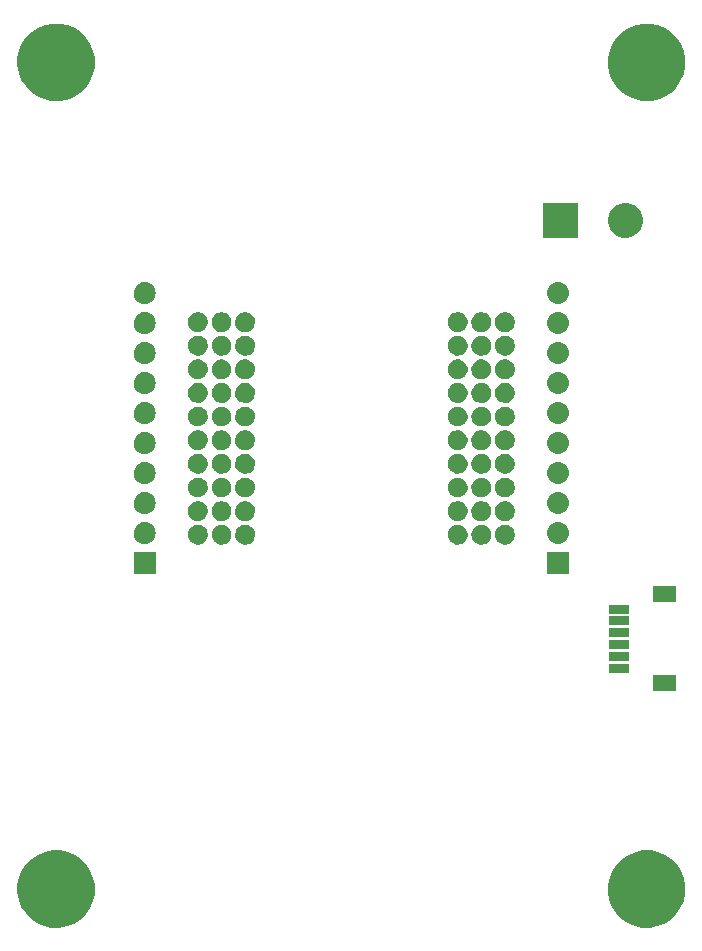
<source format=gbr>
G04 #@! TF.FileFunction,Soldermask,Top*
%FSLAX46Y46*%
G04 Gerber Fmt 4.6, Leading zero omitted, Abs format (unit mm)*
G04 Created by KiCad (PCBNEW 4.0.7) date 09/25/17 13:32:06*
%MOMM*%
%LPD*%
G01*
G04 APERTURE LIST*
%ADD10C,0.100000*%
G04 APERTURE END LIST*
D10*
G36*
X115344112Y-111725981D02*
X115973488Y-111855173D01*
X116565781Y-112104151D01*
X117098430Y-112463426D01*
X117551162Y-112919330D01*
X117906710Y-113454473D01*
X118151548Y-114048494D01*
X118276290Y-114678487D01*
X118276290Y-114678499D01*
X118276340Y-114678752D01*
X118266093Y-115412604D01*
X118266035Y-115412859D01*
X118266035Y-115412866D01*
X118123751Y-116039132D01*
X117862423Y-116626084D01*
X117492070Y-117151093D01*
X117026789Y-117594175D01*
X116484315Y-117938439D01*
X115885295Y-118170783D01*
X115252566Y-118282351D01*
X114610204Y-118268895D01*
X113982699Y-118130929D01*
X113393942Y-117873708D01*
X112866357Y-117507025D01*
X112420039Y-117044851D01*
X112071993Y-116504788D01*
X111835476Y-115907414D01*
X111719492Y-115275470D01*
X111728463Y-114633037D01*
X111862045Y-114004584D01*
X112115151Y-113414041D01*
X112478142Y-112883907D01*
X112937185Y-112434380D01*
X113474804Y-112082571D01*
X114070520Y-111841886D01*
X114701632Y-111721495D01*
X115344112Y-111725981D01*
X115344112Y-111725981D01*
G37*
G36*
X165344112Y-111725981D02*
X165973488Y-111855173D01*
X166565781Y-112104151D01*
X167098430Y-112463426D01*
X167551162Y-112919330D01*
X167906710Y-113454473D01*
X168151548Y-114048494D01*
X168276290Y-114678487D01*
X168276290Y-114678499D01*
X168276340Y-114678752D01*
X168266093Y-115412604D01*
X168266035Y-115412859D01*
X168266035Y-115412866D01*
X168123751Y-116039132D01*
X167862423Y-116626084D01*
X167492070Y-117151093D01*
X167026789Y-117594175D01*
X166484315Y-117938439D01*
X165885295Y-118170783D01*
X165252566Y-118282351D01*
X164610204Y-118268895D01*
X163982699Y-118130929D01*
X163393942Y-117873708D01*
X162866357Y-117507025D01*
X162420039Y-117044851D01*
X162071993Y-116504788D01*
X161835476Y-115907414D01*
X161719492Y-115275470D01*
X161728463Y-114633037D01*
X161862045Y-114004584D01*
X162115151Y-113414041D01*
X162478142Y-112883907D01*
X162937185Y-112434380D01*
X163474804Y-112082571D01*
X164070520Y-111841886D01*
X164701632Y-111721495D01*
X165344112Y-111725981D01*
X165344112Y-111725981D01*
G37*
G36*
X167513700Y-98276200D02*
X165561300Y-98276200D01*
X165561300Y-96923800D01*
X167513700Y-96923800D01*
X167513700Y-98276200D01*
X167513700Y-98276200D01*
G37*
G36*
X163513700Y-96676200D02*
X161811300Y-96676200D01*
X161811300Y-95923800D01*
X163513700Y-95923800D01*
X163513700Y-96676200D01*
X163513700Y-96676200D01*
G37*
G36*
X163513700Y-95676200D02*
X161811300Y-95676200D01*
X161811300Y-94923800D01*
X163513700Y-94923800D01*
X163513700Y-95676200D01*
X163513700Y-95676200D01*
G37*
G36*
X163513700Y-94676200D02*
X161811300Y-94676200D01*
X161811300Y-93923800D01*
X163513700Y-93923800D01*
X163513700Y-94676200D01*
X163513700Y-94676200D01*
G37*
G36*
X163513700Y-93676200D02*
X161811300Y-93676200D01*
X161811300Y-92923800D01*
X163513700Y-92923800D01*
X163513700Y-93676200D01*
X163513700Y-93676200D01*
G37*
G36*
X163513700Y-92676200D02*
X161811300Y-92676200D01*
X161811300Y-91923800D01*
X163513700Y-91923800D01*
X163513700Y-92676200D01*
X163513700Y-92676200D01*
G37*
G36*
X163513700Y-91676200D02*
X161811300Y-91676200D01*
X161811300Y-90923800D01*
X163513700Y-90923800D01*
X163513700Y-91676200D01*
X163513700Y-91676200D01*
G37*
G36*
X167513700Y-90676200D02*
X165561300Y-90676200D01*
X165561300Y-89323800D01*
X167513700Y-89323800D01*
X167513700Y-90676200D01*
X167513700Y-90676200D01*
G37*
G36*
X158426200Y-88336200D02*
X156573800Y-88336200D01*
X156573800Y-86483800D01*
X158426200Y-86483800D01*
X158426200Y-88336200D01*
X158426200Y-88336200D01*
G37*
G36*
X123426200Y-88336200D02*
X121573800Y-88336200D01*
X121573800Y-86483800D01*
X123426200Y-86483800D01*
X123426200Y-88336200D01*
X123426200Y-88336200D01*
G37*
G36*
X153088038Y-84162357D02*
X153249064Y-84195410D01*
X153400599Y-84259110D01*
X153536871Y-84351026D01*
X153652706Y-84467673D01*
X153743669Y-84604583D01*
X153806310Y-84756563D01*
X153838186Y-84917545D01*
X153838186Y-84917557D01*
X153838236Y-84917810D01*
X153835615Y-85105563D01*
X153835557Y-85105818D01*
X153835557Y-85105824D01*
X153799198Y-85265857D01*
X153732338Y-85416028D01*
X153637586Y-85550346D01*
X153518544Y-85663709D01*
X153379757Y-85751786D01*
X153226497Y-85811231D01*
X153064620Y-85839775D01*
X152900271Y-85836332D01*
X152739727Y-85801034D01*
X152589099Y-85735227D01*
X152454116Y-85641410D01*
X152339928Y-85523165D01*
X152250884Y-85384998D01*
X152190370Y-85232156D01*
X152160696Y-85070477D01*
X152162992Y-84906113D01*
X152197167Y-84745328D01*
X152261924Y-84594240D01*
X152354795Y-84458606D01*
X152472236Y-84343599D01*
X152609786Y-84253588D01*
X152762197Y-84192011D01*
X152923663Y-84161209D01*
X153088038Y-84162357D01*
X153088038Y-84162357D01*
G37*
G36*
X127088038Y-84162357D02*
X127249064Y-84195410D01*
X127400599Y-84259110D01*
X127536871Y-84351026D01*
X127652706Y-84467673D01*
X127743669Y-84604583D01*
X127806310Y-84756563D01*
X127838186Y-84917545D01*
X127838186Y-84917557D01*
X127838236Y-84917810D01*
X127835615Y-85105563D01*
X127835557Y-85105818D01*
X127835557Y-85105824D01*
X127799198Y-85265857D01*
X127732338Y-85416028D01*
X127637586Y-85550346D01*
X127518544Y-85663709D01*
X127379757Y-85751786D01*
X127226497Y-85811231D01*
X127064620Y-85839775D01*
X126900271Y-85836332D01*
X126739727Y-85801034D01*
X126589099Y-85735227D01*
X126454116Y-85641410D01*
X126339928Y-85523165D01*
X126250884Y-85384998D01*
X126190370Y-85232156D01*
X126160696Y-85070477D01*
X126162992Y-84906113D01*
X126197167Y-84745328D01*
X126261924Y-84594240D01*
X126354795Y-84458606D01*
X126472236Y-84343599D01*
X126609786Y-84253588D01*
X126762197Y-84192011D01*
X126923663Y-84161209D01*
X127088038Y-84162357D01*
X127088038Y-84162357D01*
G37*
G36*
X129088038Y-84162357D02*
X129249064Y-84195410D01*
X129400599Y-84259110D01*
X129536871Y-84351026D01*
X129652706Y-84467673D01*
X129743669Y-84604583D01*
X129806310Y-84756563D01*
X129838186Y-84917545D01*
X129838186Y-84917557D01*
X129838236Y-84917810D01*
X129835615Y-85105563D01*
X129835557Y-85105818D01*
X129835557Y-85105824D01*
X129799198Y-85265857D01*
X129732338Y-85416028D01*
X129637586Y-85550346D01*
X129518544Y-85663709D01*
X129379757Y-85751786D01*
X129226497Y-85811231D01*
X129064620Y-85839775D01*
X128900271Y-85836332D01*
X128739727Y-85801034D01*
X128589099Y-85735227D01*
X128454116Y-85641410D01*
X128339928Y-85523165D01*
X128250884Y-85384998D01*
X128190370Y-85232156D01*
X128160696Y-85070477D01*
X128162992Y-84906113D01*
X128197167Y-84745328D01*
X128261924Y-84594240D01*
X128354795Y-84458606D01*
X128472236Y-84343599D01*
X128609786Y-84253588D01*
X128762197Y-84192011D01*
X128923663Y-84161209D01*
X129088038Y-84162357D01*
X129088038Y-84162357D01*
G37*
G36*
X131088038Y-84162357D02*
X131249064Y-84195410D01*
X131400599Y-84259110D01*
X131536871Y-84351026D01*
X131652706Y-84467673D01*
X131743669Y-84604583D01*
X131806310Y-84756563D01*
X131838186Y-84917545D01*
X131838186Y-84917557D01*
X131838236Y-84917810D01*
X131835615Y-85105563D01*
X131835557Y-85105818D01*
X131835557Y-85105824D01*
X131799198Y-85265857D01*
X131732338Y-85416028D01*
X131637586Y-85550346D01*
X131518544Y-85663709D01*
X131379757Y-85751786D01*
X131226497Y-85811231D01*
X131064620Y-85839775D01*
X130900271Y-85836332D01*
X130739727Y-85801034D01*
X130589099Y-85735227D01*
X130454116Y-85641410D01*
X130339928Y-85523165D01*
X130250884Y-85384998D01*
X130190370Y-85232156D01*
X130160696Y-85070477D01*
X130162992Y-84906113D01*
X130197167Y-84745328D01*
X130261924Y-84594240D01*
X130354795Y-84458606D01*
X130472236Y-84343599D01*
X130609786Y-84253588D01*
X130762197Y-84192011D01*
X130923663Y-84161209D01*
X131088038Y-84162357D01*
X131088038Y-84162357D01*
G37*
G36*
X149088038Y-84162357D02*
X149249064Y-84195410D01*
X149400599Y-84259110D01*
X149536871Y-84351026D01*
X149652706Y-84467673D01*
X149743669Y-84604583D01*
X149806310Y-84756563D01*
X149838186Y-84917545D01*
X149838186Y-84917557D01*
X149838236Y-84917810D01*
X149835615Y-85105563D01*
X149835557Y-85105818D01*
X149835557Y-85105824D01*
X149799198Y-85265857D01*
X149732338Y-85416028D01*
X149637586Y-85550346D01*
X149518544Y-85663709D01*
X149379757Y-85751786D01*
X149226497Y-85811231D01*
X149064620Y-85839775D01*
X148900271Y-85836332D01*
X148739727Y-85801034D01*
X148589099Y-85735227D01*
X148454116Y-85641410D01*
X148339928Y-85523165D01*
X148250884Y-85384998D01*
X148190370Y-85232156D01*
X148160696Y-85070477D01*
X148162992Y-84906113D01*
X148197167Y-84745328D01*
X148261924Y-84594240D01*
X148354795Y-84458606D01*
X148472236Y-84343599D01*
X148609786Y-84253588D01*
X148762197Y-84192011D01*
X148923663Y-84161209D01*
X149088038Y-84162357D01*
X149088038Y-84162357D01*
G37*
G36*
X151088038Y-84162357D02*
X151249064Y-84195410D01*
X151400599Y-84259110D01*
X151536871Y-84351026D01*
X151652706Y-84467673D01*
X151743669Y-84604583D01*
X151806310Y-84756563D01*
X151838186Y-84917545D01*
X151838186Y-84917557D01*
X151838236Y-84917810D01*
X151835615Y-85105563D01*
X151835557Y-85105818D01*
X151835557Y-85105824D01*
X151799198Y-85265857D01*
X151732338Y-85416028D01*
X151637586Y-85550346D01*
X151518544Y-85663709D01*
X151379757Y-85751786D01*
X151226497Y-85811231D01*
X151064620Y-85839775D01*
X150900271Y-85836332D01*
X150739727Y-85801034D01*
X150589099Y-85735227D01*
X150454116Y-85641410D01*
X150339928Y-85523165D01*
X150250884Y-85384998D01*
X150190370Y-85232156D01*
X150160696Y-85070477D01*
X150162992Y-84906113D01*
X150197167Y-84745328D01*
X150261924Y-84594240D01*
X150354795Y-84458606D01*
X150472236Y-84343599D01*
X150609786Y-84253588D01*
X150762197Y-84192011D01*
X150923663Y-84161209D01*
X151088038Y-84162357D01*
X151088038Y-84162357D01*
G37*
G36*
X157515862Y-83943879D02*
X157515864Y-83943879D01*
X157517413Y-83943890D01*
X157697049Y-83964040D01*
X157869350Y-84018697D01*
X158027753Y-84105780D01*
X158166226Y-84221972D01*
X158279492Y-84362847D01*
X158363239Y-84523039D01*
X158414275Y-84696447D01*
X158414277Y-84696465D01*
X158414282Y-84696483D01*
X158430661Y-84876465D01*
X158411769Y-85056201D01*
X158411767Y-85056206D01*
X158411764Y-85056238D01*
X158358311Y-85228917D01*
X158272336Y-85387924D01*
X158157113Y-85527204D01*
X158017032Y-85641452D01*
X157857428Y-85726315D01*
X157684381Y-85778561D01*
X157504481Y-85796200D01*
X157495457Y-85796200D01*
X157484138Y-85796121D01*
X157484136Y-85796121D01*
X157482587Y-85796110D01*
X157302951Y-85775960D01*
X157130650Y-85721303D01*
X156972247Y-85634220D01*
X156833774Y-85518028D01*
X156720508Y-85377153D01*
X156636761Y-85216961D01*
X156585725Y-85043553D01*
X156585723Y-85043535D01*
X156585718Y-85043517D01*
X156569339Y-84863535D01*
X156588231Y-84683799D01*
X156588233Y-84683794D01*
X156588236Y-84683762D01*
X156641689Y-84511083D01*
X156727664Y-84352076D01*
X156842887Y-84212796D01*
X156982968Y-84098548D01*
X157142572Y-84013685D01*
X157315619Y-83961439D01*
X157495519Y-83943800D01*
X157504543Y-83943800D01*
X157515862Y-83943879D01*
X157515862Y-83943879D01*
G37*
G36*
X122515862Y-83943879D02*
X122515864Y-83943879D01*
X122517413Y-83943890D01*
X122697049Y-83964040D01*
X122869350Y-84018697D01*
X123027753Y-84105780D01*
X123166226Y-84221972D01*
X123279492Y-84362847D01*
X123363239Y-84523039D01*
X123414275Y-84696447D01*
X123414277Y-84696465D01*
X123414282Y-84696483D01*
X123430661Y-84876465D01*
X123411769Y-85056201D01*
X123411767Y-85056206D01*
X123411764Y-85056238D01*
X123358311Y-85228917D01*
X123272336Y-85387924D01*
X123157113Y-85527204D01*
X123017032Y-85641452D01*
X122857428Y-85726315D01*
X122684381Y-85778561D01*
X122504481Y-85796200D01*
X122495457Y-85796200D01*
X122484138Y-85796121D01*
X122484136Y-85796121D01*
X122482587Y-85796110D01*
X122302951Y-85775960D01*
X122130650Y-85721303D01*
X121972247Y-85634220D01*
X121833774Y-85518028D01*
X121720508Y-85377153D01*
X121636761Y-85216961D01*
X121585725Y-85043553D01*
X121585723Y-85043535D01*
X121585718Y-85043517D01*
X121569339Y-84863535D01*
X121588231Y-84683799D01*
X121588233Y-84683794D01*
X121588236Y-84683762D01*
X121641689Y-84511083D01*
X121727664Y-84352076D01*
X121842887Y-84212796D01*
X121982968Y-84098548D01*
X122142572Y-84013685D01*
X122315619Y-83961439D01*
X122495519Y-83943800D01*
X122504543Y-83943800D01*
X122515862Y-83943879D01*
X122515862Y-83943879D01*
G37*
G36*
X153088038Y-82162357D02*
X153249064Y-82195410D01*
X153400599Y-82259110D01*
X153536871Y-82351026D01*
X153652706Y-82467673D01*
X153743669Y-82604583D01*
X153806310Y-82756563D01*
X153838186Y-82917545D01*
X153838186Y-82917557D01*
X153838236Y-82917810D01*
X153835615Y-83105563D01*
X153835557Y-83105818D01*
X153835557Y-83105824D01*
X153799198Y-83265857D01*
X153732338Y-83416028D01*
X153637586Y-83550346D01*
X153518544Y-83663709D01*
X153379757Y-83751786D01*
X153226497Y-83811231D01*
X153064620Y-83839775D01*
X152900271Y-83836332D01*
X152739727Y-83801034D01*
X152589099Y-83735227D01*
X152454116Y-83641410D01*
X152339928Y-83523165D01*
X152250884Y-83384998D01*
X152190370Y-83232156D01*
X152160696Y-83070477D01*
X152162992Y-82906113D01*
X152197167Y-82745328D01*
X152261924Y-82594240D01*
X152354795Y-82458606D01*
X152472236Y-82343599D01*
X152609786Y-82253588D01*
X152762197Y-82192011D01*
X152923663Y-82161209D01*
X153088038Y-82162357D01*
X153088038Y-82162357D01*
G37*
G36*
X151088038Y-82162357D02*
X151249064Y-82195410D01*
X151400599Y-82259110D01*
X151536871Y-82351026D01*
X151652706Y-82467673D01*
X151743669Y-82604583D01*
X151806310Y-82756563D01*
X151838186Y-82917545D01*
X151838186Y-82917557D01*
X151838236Y-82917810D01*
X151835615Y-83105563D01*
X151835557Y-83105818D01*
X151835557Y-83105824D01*
X151799198Y-83265857D01*
X151732338Y-83416028D01*
X151637586Y-83550346D01*
X151518544Y-83663709D01*
X151379757Y-83751786D01*
X151226497Y-83811231D01*
X151064620Y-83839775D01*
X150900271Y-83836332D01*
X150739727Y-83801034D01*
X150589099Y-83735227D01*
X150454116Y-83641410D01*
X150339928Y-83523165D01*
X150250884Y-83384998D01*
X150190370Y-83232156D01*
X150160696Y-83070477D01*
X150162992Y-82906113D01*
X150197167Y-82745328D01*
X150261924Y-82594240D01*
X150354795Y-82458606D01*
X150472236Y-82343599D01*
X150609786Y-82253588D01*
X150762197Y-82192011D01*
X150923663Y-82161209D01*
X151088038Y-82162357D01*
X151088038Y-82162357D01*
G37*
G36*
X149088038Y-82162357D02*
X149249064Y-82195410D01*
X149400599Y-82259110D01*
X149536871Y-82351026D01*
X149652706Y-82467673D01*
X149743669Y-82604583D01*
X149806310Y-82756563D01*
X149838186Y-82917545D01*
X149838186Y-82917557D01*
X149838236Y-82917810D01*
X149835615Y-83105563D01*
X149835557Y-83105818D01*
X149835557Y-83105824D01*
X149799198Y-83265857D01*
X149732338Y-83416028D01*
X149637586Y-83550346D01*
X149518544Y-83663709D01*
X149379757Y-83751786D01*
X149226497Y-83811231D01*
X149064620Y-83839775D01*
X148900271Y-83836332D01*
X148739727Y-83801034D01*
X148589099Y-83735227D01*
X148454116Y-83641410D01*
X148339928Y-83523165D01*
X148250884Y-83384998D01*
X148190370Y-83232156D01*
X148160696Y-83070477D01*
X148162992Y-82906113D01*
X148197167Y-82745328D01*
X148261924Y-82594240D01*
X148354795Y-82458606D01*
X148472236Y-82343599D01*
X148609786Y-82253588D01*
X148762197Y-82192011D01*
X148923663Y-82161209D01*
X149088038Y-82162357D01*
X149088038Y-82162357D01*
G37*
G36*
X129088038Y-82162357D02*
X129249064Y-82195410D01*
X129400599Y-82259110D01*
X129536871Y-82351026D01*
X129652706Y-82467673D01*
X129743669Y-82604583D01*
X129806310Y-82756563D01*
X129838186Y-82917545D01*
X129838186Y-82917557D01*
X129838236Y-82917810D01*
X129835615Y-83105563D01*
X129835557Y-83105818D01*
X129835557Y-83105824D01*
X129799198Y-83265857D01*
X129732338Y-83416028D01*
X129637586Y-83550346D01*
X129518544Y-83663709D01*
X129379757Y-83751786D01*
X129226497Y-83811231D01*
X129064620Y-83839775D01*
X128900271Y-83836332D01*
X128739727Y-83801034D01*
X128589099Y-83735227D01*
X128454116Y-83641410D01*
X128339928Y-83523165D01*
X128250884Y-83384998D01*
X128190370Y-83232156D01*
X128160696Y-83070477D01*
X128162992Y-82906113D01*
X128197167Y-82745328D01*
X128261924Y-82594240D01*
X128354795Y-82458606D01*
X128472236Y-82343599D01*
X128609786Y-82253588D01*
X128762197Y-82192011D01*
X128923663Y-82161209D01*
X129088038Y-82162357D01*
X129088038Y-82162357D01*
G37*
G36*
X127088038Y-82162357D02*
X127249064Y-82195410D01*
X127400599Y-82259110D01*
X127536871Y-82351026D01*
X127652706Y-82467673D01*
X127743669Y-82604583D01*
X127806310Y-82756563D01*
X127838186Y-82917545D01*
X127838186Y-82917557D01*
X127838236Y-82917810D01*
X127835615Y-83105563D01*
X127835557Y-83105818D01*
X127835557Y-83105824D01*
X127799198Y-83265857D01*
X127732338Y-83416028D01*
X127637586Y-83550346D01*
X127518544Y-83663709D01*
X127379757Y-83751786D01*
X127226497Y-83811231D01*
X127064620Y-83839775D01*
X126900271Y-83836332D01*
X126739727Y-83801034D01*
X126589099Y-83735227D01*
X126454116Y-83641410D01*
X126339928Y-83523165D01*
X126250884Y-83384998D01*
X126190370Y-83232156D01*
X126160696Y-83070477D01*
X126162992Y-82906113D01*
X126197167Y-82745328D01*
X126261924Y-82594240D01*
X126354795Y-82458606D01*
X126472236Y-82343599D01*
X126609786Y-82253588D01*
X126762197Y-82192011D01*
X126923663Y-82161209D01*
X127088038Y-82162357D01*
X127088038Y-82162357D01*
G37*
G36*
X131088038Y-82162357D02*
X131249064Y-82195410D01*
X131400599Y-82259110D01*
X131536871Y-82351026D01*
X131652706Y-82467673D01*
X131743669Y-82604583D01*
X131806310Y-82756563D01*
X131838186Y-82917545D01*
X131838186Y-82917557D01*
X131838236Y-82917810D01*
X131835615Y-83105563D01*
X131835557Y-83105818D01*
X131835557Y-83105824D01*
X131799198Y-83265857D01*
X131732338Y-83416028D01*
X131637586Y-83550346D01*
X131518544Y-83663709D01*
X131379757Y-83751786D01*
X131226497Y-83811231D01*
X131064620Y-83839775D01*
X130900271Y-83836332D01*
X130739727Y-83801034D01*
X130589099Y-83735227D01*
X130454116Y-83641410D01*
X130339928Y-83523165D01*
X130250884Y-83384998D01*
X130190370Y-83232156D01*
X130160696Y-83070477D01*
X130162992Y-82906113D01*
X130197167Y-82745328D01*
X130261924Y-82594240D01*
X130354795Y-82458606D01*
X130472236Y-82343599D01*
X130609786Y-82253588D01*
X130762197Y-82192011D01*
X130923663Y-82161209D01*
X131088038Y-82162357D01*
X131088038Y-82162357D01*
G37*
G36*
X157515862Y-81403879D02*
X157515864Y-81403879D01*
X157517413Y-81403890D01*
X157697049Y-81424040D01*
X157869350Y-81478697D01*
X158027753Y-81565780D01*
X158166226Y-81681972D01*
X158279492Y-81822847D01*
X158363239Y-81983039D01*
X158414275Y-82156447D01*
X158414277Y-82156465D01*
X158414282Y-82156483D01*
X158430661Y-82336465D01*
X158411769Y-82516201D01*
X158411767Y-82516206D01*
X158411764Y-82516238D01*
X158358311Y-82688917D01*
X158272336Y-82847924D01*
X158157113Y-82987204D01*
X158017032Y-83101452D01*
X157857428Y-83186315D01*
X157684381Y-83238561D01*
X157504481Y-83256200D01*
X157495457Y-83256200D01*
X157484138Y-83256121D01*
X157484136Y-83256121D01*
X157482587Y-83256110D01*
X157302951Y-83235960D01*
X157130650Y-83181303D01*
X156972247Y-83094220D01*
X156833774Y-82978028D01*
X156720508Y-82837153D01*
X156636761Y-82676961D01*
X156585725Y-82503553D01*
X156585723Y-82503535D01*
X156585718Y-82503517D01*
X156569339Y-82323535D01*
X156588231Y-82143799D01*
X156588233Y-82143794D01*
X156588236Y-82143762D01*
X156641689Y-81971083D01*
X156727664Y-81812076D01*
X156842887Y-81672796D01*
X156982968Y-81558548D01*
X157142572Y-81473685D01*
X157315619Y-81421439D01*
X157495519Y-81403800D01*
X157504543Y-81403800D01*
X157515862Y-81403879D01*
X157515862Y-81403879D01*
G37*
G36*
X122515862Y-81403879D02*
X122515864Y-81403879D01*
X122517413Y-81403890D01*
X122697049Y-81424040D01*
X122869350Y-81478697D01*
X123027753Y-81565780D01*
X123166226Y-81681972D01*
X123279492Y-81822847D01*
X123363239Y-81983039D01*
X123414275Y-82156447D01*
X123414277Y-82156465D01*
X123414282Y-82156483D01*
X123430661Y-82336465D01*
X123411769Y-82516201D01*
X123411767Y-82516206D01*
X123411764Y-82516238D01*
X123358311Y-82688917D01*
X123272336Y-82847924D01*
X123157113Y-82987204D01*
X123017032Y-83101452D01*
X122857428Y-83186315D01*
X122684381Y-83238561D01*
X122504481Y-83256200D01*
X122495457Y-83256200D01*
X122484138Y-83256121D01*
X122484136Y-83256121D01*
X122482587Y-83256110D01*
X122302951Y-83235960D01*
X122130650Y-83181303D01*
X121972247Y-83094220D01*
X121833774Y-82978028D01*
X121720508Y-82837153D01*
X121636761Y-82676961D01*
X121585725Y-82503553D01*
X121585723Y-82503535D01*
X121585718Y-82503517D01*
X121569339Y-82323535D01*
X121588231Y-82143799D01*
X121588233Y-82143794D01*
X121588236Y-82143762D01*
X121641689Y-81971083D01*
X121727664Y-81812076D01*
X121842887Y-81672796D01*
X121982968Y-81558548D01*
X122142572Y-81473685D01*
X122315619Y-81421439D01*
X122495519Y-81403800D01*
X122504543Y-81403800D01*
X122515862Y-81403879D01*
X122515862Y-81403879D01*
G37*
G36*
X131088038Y-80162357D02*
X131249064Y-80195410D01*
X131400599Y-80259110D01*
X131536871Y-80351026D01*
X131652706Y-80467673D01*
X131743669Y-80604583D01*
X131806310Y-80756563D01*
X131838186Y-80917545D01*
X131838186Y-80917557D01*
X131838236Y-80917810D01*
X131835615Y-81105563D01*
X131835557Y-81105818D01*
X131835557Y-81105824D01*
X131799198Y-81265857D01*
X131732338Y-81416028D01*
X131637586Y-81550346D01*
X131518544Y-81663709D01*
X131379757Y-81751786D01*
X131226497Y-81811231D01*
X131064620Y-81839775D01*
X130900271Y-81836332D01*
X130739727Y-81801034D01*
X130589099Y-81735227D01*
X130454116Y-81641410D01*
X130339928Y-81523165D01*
X130250884Y-81384998D01*
X130190370Y-81232156D01*
X130160696Y-81070477D01*
X130162992Y-80906113D01*
X130197167Y-80745328D01*
X130261924Y-80594240D01*
X130354795Y-80458606D01*
X130472236Y-80343599D01*
X130609786Y-80253588D01*
X130762197Y-80192011D01*
X130923663Y-80161209D01*
X131088038Y-80162357D01*
X131088038Y-80162357D01*
G37*
G36*
X153088038Y-80162357D02*
X153249064Y-80195410D01*
X153400599Y-80259110D01*
X153536871Y-80351026D01*
X153652706Y-80467673D01*
X153743669Y-80604583D01*
X153806310Y-80756563D01*
X153838186Y-80917545D01*
X153838186Y-80917557D01*
X153838236Y-80917810D01*
X153835615Y-81105563D01*
X153835557Y-81105818D01*
X153835557Y-81105824D01*
X153799198Y-81265857D01*
X153732338Y-81416028D01*
X153637586Y-81550346D01*
X153518544Y-81663709D01*
X153379757Y-81751786D01*
X153226497Y-81811231D01*
X153064620Y-81839775D01*
X152900271Y-81836332D01*
X152739727Y-81801034D01*
X152589099Y-81735227D01*
X152454116Y-81641410D01*
X152339928Y-81523165D01*
X152250884Y-81384998D01*
X152190370Y-81232156D01*
X152160696Y-81070477D01*
X152162992Y-80906113D01*
X152197167Y-80745328D01*
X152261924Y-80594240D01*
X152354795Y-80458606D01*
X152472236Y-80343599D01*
X152609786Y-80253588D01*
X152762197Y-80192011D01*
X152923663Y-80161209D01*
X153088038Y-80162357D01*
X153088038Y-80162357D01*
G37*
G36*
X127088038Y-80162357D02*
X127249064Y-80195410D01*
X127400599Y-80259110D01*
X127536871Y-80351026D01*
X127652706Y-80467673D01*
X127743669Y-80604583D01*
X127806310Y-80756563D01*
X127838186Y-80917545D01*
X127838186Y-80917557D01*
X127838236Y-80917810D01*
X127835615Y-81105563D01*
X127835557Y-81105818D01*
X127835557Y-81105824D01*
X127799198Y-81265857D01*
X127732338Y-81416028D01*
X127637586Y-81550346D01*
X127518544Y-81663709D01*
X127379757Y-81751786D01*
X127226497Y-81811231D01*
X127064620Y-81839775D01*
X126900271Y-81836332D01*
X126739727Y-81801034D01*
X126589099Y-81735227D01*
X126454116Y-81641410D01*
X126339928Y-81523165D01*
X126250884Y-81384998D01*
X126190370Y-81232156D01*
X126160696Y-81070477D01*
X126162992Y-80906113D01*
X126197167Y-80745328D01*
X126261924Y-80594240D01*
X126354795Y-80458606D01*
X126472236Y-80343599D01*
X126609786Y-80253588D01*
X126762197Y-80192011D01*
X126923663Y-80161209D01*
X127088038Y-80162357D01*
X127088038Y-80162357D01*
G37*
G36*
X151088038Y-80162357D02*
X151249064Y-80195410D01*
X151400599Y-80259110D01*
X151536871Y-80351026D01*
X151652706Y-80467673D01*
X151743669Y-80604583D01*
X151806310Y-80756563D01*
X151838186Y-80917545D01*
X151838186Y-80917557D01*
X151838236Y-80917810D01*
X151835615Y-81105563D01*
X151835557Y-81105818D01*
X151835557Y-81105824D01*
X151799198Y-81265857D01*
X151732338Y-81416028D01*
X151637586Y-81550346D01*
X151518544Y-81663709D01*
X151379757Y-81751786D01*
X151226497Y-81811231D01*
X151064620Y-81839775D01*
X150900271Y-81836332D01*
X150739727Y-81801034D01*
X150589099Y-81735227D01*
X150454116Y-81641410D01*
X150339928Y-81523165D01*
X150250884Y-81384998D01*
X150190370Y-81232156D01*
X150160696Y-81070477D01*
X150162992Y-80906113D01*
X150197167Y-80745328D01*
X150261924Y-80594240D01*
X150354795Y-80458606D01*
X150472236Y-80343599D01*
X150609786Y-80253588D01*
X150762197Y-80192011D01*
X150923663Y-80161209D01*
X151088038Y-80162357D01*
X151088038Y-80162357D01*
G37*
G36*
X149088038Y-80162357D02*
X149249064Y-80195410D01*
X149400599Y-80259110D01*
X149536871Y-80351026D01*
X149652706Y-80467673D01*
X149743669Y-80604583D01*
X149806310Y-80756563D01*
X149838186Y-80917545D01*
X149838186Y-80917557D01*
X149838236Y-80917810D01*
X149835615Y-81105563D01*
X149835557Y-81105818D01*
X149835557Y-81105824D01*
X149799198Y-81265857D01*
X149732338Y-81416028D01*
X149637586Y-81550346D01*
X149518544Y-81663709D01*
X149379757Y-81751786D01*
X149226497Y-81811231D01*
X149064620Y-81839775D01*
X148900271Y-81836332D01*
X148739727Y-81801034D01*
X148589099Y-81735227D01*
X148454116Y-81641410D01*
X148339928Y-81523165D01*
X148250884Y-81384998D01*
X148190370Y-81232156D01*
X148160696Y-81070477D01*
X148162992Y-80906113D01*
X148197167Y-80745328D01*
X148261924Y-80594240D01*
X148354795Y-80458606D01*
X148472236Y-80343599D01*
X148609786Y-80253588D01*
X148762197Y-80192011D01*
X148923663Y-80161209D01*
X149088038Y-80162357D01*
X149088038Y-80162357D01*
G37*
G36*
X129088038Y-80162357D02*
X129249064Y-80195410D01*
X129400599Y-80259110D01*
X129536871Y-80351026D01*
X129652706Y-80467673D01*
X129743669Y-80604583D01*
X129806310Y-80756563D01*
X129838186Y-80917545D01*
X129838186Y-80917557D01*
X129838236Y-80917810D01*
X129835615Y-81105563D01*
X129835557Y-81105818D01*
X129835557Y-81105824D01*
X129799198Y-81265857D01*
X129732338Y-81416028D01*
X129637586Y-81550346D01*
X129518544Y-81663709D01*
X129379757Y-81751786D01*
X129226497Y-81811231D01*
X129064620Y-81839775D01*
X128900271Y-81836332D01*
X128739727Y-81801034D01*
X128589099Y-81735227D01*
X128454116Y-81641410D01*
X128339928Y-81523165D01*
X128250884Y-81384998D01*
X128190370Y-81232156D01*
X128160696Y-81070477D01*
X128162992Y-80906113D01*
X128197167Y-80745328D01*
X128261924Y-80594240D01*
X128354795Y-80458606D01*
X128472236Y-80343599D01*
X128609786Y-80253588D01*
X128762197Y-80192011D01*
X128923663Y-80161209D01*
X129088038Y-80162357D01*
X129088038Y-80162357D01*
G37*
G36*
X122515862Y-78863879D02*
X122515864Y-78863879D01*
X122517413Y-78863890D01*
X122697049Y-78884040D01*
X122869350Y-78938697D01*
X123027753Y-79025780D01*
X123166226Y-79141972D01*
X123279492Y-79282847D01*
X123363239Y-79443039D01*
X123414275Y-79616447D01*
X123414277Y-79616465D01*
X123414282Y-79616483D01*
X123430661Y-79796465D01*
X123411769Y-79976201D01*
X123411767Y-79976206D01*
X123411764Y-79976238D01*
X123358311Y-80148917D01*
X123272336Y-80307924D01*
X123157113Y-80447204D01*
X123017032Y-80561452D01*
X122857428Y-80646315D01*
X122684381Y-80698561D01*
X122504481Y-80716200D01*
X122495457Y-80716200D01*
X122484138Y-80716121D01*
X122484136Y-80716121D01*
X122482587Y-80716110D01*
X122302951Y-80695960D01*
X122130650Y-80641303D01*
X121972247Y-80554220D01*
X121833774Y-80438028D01*
X121720508Y-80297153D01*
X121636761Y-80136961D01*
X121585725Y-79963553D01*
X121585723Y-79963535D01*
X121585718Y-79963517D01*
X121569339Y-79783535D01*
X121588231Y-79603799D01*
X121588233Y-79603794D01*
X121588236Y-79603762D01*
X121641689Y-79431083D01*
X121727664Y-79272076D01*
X121842887Y-79132796D01*
X121982968Y-79018548D01*
X122142572Y-78933685D01*
X122315619Y-78881439D01*
X122495519Y-78863800D01*
X122504543Y-78863800D01*
X122515862Y-78863879D01*
X122515862Y-78863879D01*
G37*
G36*
X157515862Y-78863879D02*
X157515864Y-78863879D01*
X157517413Y-78863890D01*
X157697049Y-78884040D01*
X157869350Y-78938697D01*
X158027753Y-79025780D01*
X158166226Y-79141972D01*
X158279492Y-79282847D01*
X158363239Y-79443039D01*
X158414275Y-79616447D01*
X158414277Y-79616465D01*
X158414282Y-79616483D01*
X158430661Y-79796465D01*
X158411769Y-79976201D01*
X158411767Y-79976206D01*
X158411764Y-79976238D01*
X158358311Y-80148917D01*
X158272336Y-80307924D01*
X158157113Y-80447204D01*
X158017032Y-80561452D01*
X157857428Y-80646315D01*
X157684381Y-80698561D01*
X157504481Y-80716200D01*
X157495457Y-80716200D01*
X157484138Y-80716121D01*
X157484136Y-80716121D01*
X157482587Y-80716110D01*
X157302951Y-80695960D01*
X157130650Y-80641303D01*
X156972247Y-80554220D01*
X156833774Y-80438028D01*
X156720508Y-80297153D01*
X156636761Y-80136961D01*
X156585725Y-79963553D01*
X156585723Y-79963535D01*
X156585718Y-79963517D01*
X156569339Y-79783535D01*
X156588231Y-79603799D01*
X156588233Y-79603794D01*
X156588236Y-79603762D01*
X156641689Y-79431083D01*
X156727664Y-79272076D01*
X156842887Y-79132796D01*
X156982968Y-79018548D01*
X157142572Y-78933685D01*
X157315619Y-78881439D01*
X157495519Y-78863800D01*
X157504543Y-78863800D01*
X157515862Y-78863879D01*
X157515862Y-78863879D01*
G37*
G36*
X127088038Y-78162357D02*
X127249064Y-78195410D01*
X127400599Y-78259110D01*
X127536871Y-78351026D01*
X127652706Y-78467673D01*
X127743669Y-78604583D01*
X127806310Y-78756563D01*
X127838186Y-78917545D01*
X127838186Y-78917557D01*
X127838236Y-78917810D01*
X127835615Y-79105563D01*
X127835557Y-79105818D01*
X127835557Y-79105824D01*
X127799198Y-79265857D01*
X127732338Y-79416028D01*
X127637586Y-79550346D01*
X127518544Y-79663709D01*
X127379757Y-79751786D01*
X127226497Y-79811231D01*
X127064620Y-79839775D01*
X126900271Y-79836332D01*
X126739727Y-79801034D01*
X126589099Y-79735227D01*
X126454116Y-79641410D01*
X126339928Y-79523165D01*
X126250884Y-79384998D01*
X126190370Y-79232156D01*
X126160696Y-79070477D01*
X126162992Y-78906113D01*
X126197167Y-78745328D01*
X126261924Y-78594240D01*
X126354795Y-78458606D01*
X126472236Y-78343599D01*
X126609786Y-78253588D01*
X126762197Y-78192011D01*
X126923663Y-78161209D01*
X127088038Y-78162357D01*
X127088038Y-78162357D01*
G37*
G36*
X129088038Y-78162357D02*
X129249064Y-78195410D01*
X129400599Y-78259110D01*
X129536871Y-78351026D01*
X129652706Y-78467673D01*
X129743669Y-78604583D01*
X129806310Y-78756563D01*
X129838186Y-78917545D01*
X129838186Y-78917557D01*
X129838236Y-78917810D01*
X129835615Y-79105563D01*
X129835557Y-79105818D01*
X129835557Y-79105824D01*
X129799198Y-79265857D01*
X129732338Y-79416028D01*
X129637586Y-79550346D01*
X129518544Y-79663709D01*
X129379757Y-79751786D01*
X129226497Y-79811231D01*
X129064620Y-79839775D01*
X128900271Y-79836332D01*
X128739727Y-79801034D01*
X128589099Y-79735227D01*
X128454116Y-79641410D01*
X128339928Y-79523165D01*
X128250884Y-79384998D01*
X128190370Y-79232156D01*
X128160696Y-79070477D01*
X128162992Y-78906113D01*
X128197167Y-78745328D01*
X128261924Y-78594240D01*
X128354795Y-78458606D01*
X128472236Y-78343599D01*
X128609786Y-78253588D01*
X128762197Y-78192011D01*
X128923663Y-78161209D01*
X129088038Y-78162357D01*
X129088038Y-78162357D01*
G37*
G36*
X153088038Y-78162357D02*
X153249064Y-78195410D01*
X153400599Y-78259110D01*
X153536871Y-78351026D01*
X153652706Y-78467673D01*
X153743669Y-78604583D01*
X153806310Y-78756563D01*
X153838186Y-78917545D01*
X153838186Y-78917557D01*
X153838236Y-78917810D01*
X153835615Y-79105563D01*
X153835557Y-79105818D01*
X153835557Y-79105824D01*
X153799198Y-79265857D01*
X153732338Y-79416028D01*
X153637586Y-79550346D01*
X153518544Y-79663709D01*
X153379757Y-79751786D01*
X153226497Y-79811231D01*
X153064620Y-79839775D01*
X152900271Y-79836332D01*
X152739727Y-79801034D01*
X152589099Y-79735227D01*
X152454116Y-79641410D01*
X152339928Y-79523165D01*
X152250884Y-79384998D01*
X152190370Y-79232156D01*
X152160696Y-79070477D01*
X152162992Y-78906113D01*
X152197167Y-78745328D01*
X152261924Y-78594240D01*
X152354795Y-78458606D01*
X152472236Y-78343599D01*
X152609786Y-78253588D01*
X152762197Y-78192011D01*
X152923663Y-78161209D01*
X153088038Y-78162357D01*
X153088038Y-78162357D01*
G37*
G36*
X131088038Y-78162357D02*
X131249064Y-78195410D01*
X131400599Y-78259110D01*
X131536871Y-78351026D01*
X131652706Y-78467673D01*
X131743669Y-78604583D01*
X131806310Y-78756563D01*
X131838186Y-78917545D01*
X131838186Y-78917557D01*
X131838236Y-78917810D01*
X131835615Y-79105563D01*
X131835557Y-79105818D01*
X131835557Y-79105824D01*
X131799198Y-79265857D01*
X131732338Y-79416028D01*
X131637586Y-79550346D01*
X131518544Y-79663709D01*
X131379757Y-79751786D01*
X131226497Y-79811231D01*
X131064620Y-79839775D01*
X130900271Y-79836332D01*
X130739727Y-79801034D01*
X130589099Y-79735227D01*
X130454116Y-79641410D01*
X130339928Y-79523165D01*
X130250884Y-79384998D01*
X130190370Y-79232156D01*
X130160696Y-79070477D01*
X130162992Y-78906113D01*
X130197167Y-78745328D01*
X130261924Y-78594240D01*
X130354795Y-78458606D01*
X130472236Y-78343599D01*
X130609786Y-78253588D01*
X130762197Y-78192011D01*
X130923663Y-78161209D01*
X131088038Y-78162357D01*
X131088038Y-78162357D01*
G37*
G36*
X149088038Y-78162357D02*
X149249064Y-78195410D01*
X149400599Y-78259110D01*
X149536871Y-78351026D01*
X149652706Y-78467673D01*
X149743669Y-78604583D01*
X149806310Y-78756563D01*
X149838186Y-78917545D01*
X149838186Y-78917557D01*
X149838236Y-78917810D01*
X149835615Y-79105563D01*
X149835557Y-79105818D01*
X149835557Y-79105824D01*
X149799198Y-79265857D01*
X149732338Y-79416028D01*
X149637586Y-79550346D01*
X149518544Y-79663709D01*
X149379757Y-79751786D01*
X149226497Y-79811231D01*
X149064620Y-79839775D01*
X148900271Y-79836332D01*
X148739727Y-79801034D01*
X148589099Y-79735227D01*
X148454116Y-79641410D01*
X148339928Y-79523165D01*
X148250884Y-79384998D01*
X148190370Y-79232156D01*
X148160696Y-79070477D01*
X148162992Y-78906113D01*
X148197167Y-78745328D01*
X148261924Y-78594240D01*
X148354795Y-78458606D01*
X148472236Y-78343599D01*
X148609786Y-78253588D01*
X148762197Y-78192011D01*
X148923663Y-78161209D01*
X149088038Y-78162357D01*
X149088038Y-78162357D01*
G37*
G36*
X151088038Y-78162357D02*
X151249064Y-78195410D01*
X151400599Y-78259110D01*
X151536871Y-78351026D01*
X151652706Y-78467673D01*
X151743669Y-78604583D01*
X151806310Y-78756563D01*
X151838186Y-78917545D01*
X151838186Y-78917557D01*
X151838236Y-78917810D01*
X151835615Y-79105563D01*
X151835557Y-79105818D01*
X151835557Y-79105824D01*
X151799198Y-79265857D01*
X151732338Y-79416028D01*
X151637586Y-79550346D01*
X151518544Y-79663709D01*
X151379757Y-79751786D01*
X151226497Y-79811231D01*
X151064620Y-79839775D01*
X150900271Y-79836332D01*
X150739727Y-79801034D01*
X150589099Y-79735227D01*
X150454116Y-79641410D01*
X150339928Y-79523165D01*
X150250884Y-79384998D01*
X150190370Y-79232156D01*
X150160696Y-79070477D01*
X150162992Y-78906113D01*
X150197167Y-78745328D01*
X150261924Y-78594240D01*
X150354795Y-78458606D01*
X150472236Y-78343599D01*
X150609786Y-78253588D01*
X150762197Y-78192011D01*
X150923663Y-78161209D01*
X151088038Y-78162357D01*
X151088038Y-78162357D01*
G37*
G36*
X157515862Y-76323879D02*
X157515864Y-76323879D01*
X157517413Y-76323890D01*
X157697049Y-76344040D01*
X157869350Y-76398697D01*
X158027753Y-76485780D01*
X158166226Y-76601972D01*
X158279492Y-76742847D01*
X158363239Y-76903039D01*
X158414275Y-77076447D01*
X158414277Y-77076465D01*
X158414282Y-77076483D01*
X158430661Y-77256465D01*
X158411769Y-77436201D01*
X158411767Y-77436206D01*
X158411764Y-77436238D01*
X158358311Y-77608917D01*
X158272336Y-77767924D01*
X158157113Y-77907204D01*
X158017032Y-78021452D01*
X157857428Y-78106315D01*
X157684381Y-78158561D01*
X157504481Y-78176200D01*
X157495457Y-78176200D01*
X157484138Y-78176121D01*
X157484136Y-78176121D01*
X157482587Y-78176110D01*
X157302951Y-78155960D01*
X157130650Y-78101303D01*
X156972247Y-78014220D01*
X156833774Y-77898028D01*
X156720508Y-77757153D01*
X156636761Y-77596961D01*
X156585725Y-77423553D01*
X156585723Y-77423535D01*
X156585718Y-77423517D01*
X156569339Y-77243535D01*
X156588231Y-77063799D01*
X156588233Y-77063794D01*
X156588236Y-77063762D01*
X156641689Y-76891083D01*
X156727664Y-76732076D01*
X156842887Y-76592796D01*
X156982968Y-76478548D01*
X157142572Y-76393685D01*
X157315619Y-76341439D01*
X157495519Y-76323800D01*
X157504543Y-76323800D01*
X157515862Y-76323879D01*
X157515862Y-76323879D01*
G37*
G36*
X122515862Y-76323879D02*
X122515864Y-76323879D01*
X122517413Y-76323890D01*
X122697049Y-76344040D01*
X122869350Y-76398697D01*
X123027753Y-76485780D01*
X123166226Y-76601972D01*
X123279492Y-76742847D01*
X123363239Y-76903039D01*
X123414275Y-77076447D01*
X123414277Y-77076465D01*
X123414282Y-77076483D01*
X123430661Y-77256465D01*
X123411769Y-77436201D01*
X123411767Y-77436206D01*
X123411764Y-77436238D01*
X123358311Y-77608917D01*
X123272336Y-77767924D01*
X123157113Y-77907204D01*
X123017032Y-78021452D01*
X122857428Y-78106315D01*
X122684381Y-78158561D01*
X122504481Y-78176200D01*
X122495457Y-78176200D01*
X122484138Y-78176121D01*
X122484136Y-78176121D01*
X122482587Y-78176110D01*
X122302951Y-78155960D01*
X122130650Y-78101303D01*
X121972247Y-78014220D01*
X121833774Y-77898028D01*
X121720508Y-77757153D01*
X121636761Y-77596961D01*
X121585725Y-77423553D01*
X121585723Y-77423535D01*
X121585718Y-77423517D01*
X121569339Y-77243535D01*
X121588231Y-77063799D01*
X121588233Y-77063794D01*
X121588236Y-77063762D01*
X121641689Y-76891083D01*
X121727664Y-76732076D01*
X121842887Y-76592796D01*
X121982968Y-76478548D01*
X122142572Y-76393685D01*
X122315619Y-76341439D01*
X122495519Y-76323800D01*
X122504543Y-76323800D01*
X122515862Y-76323879D01*
X122515862Y-76323879D01*
G37*
G36*
X127088038Y-76162357D02*
X127249064Y-76195410D01*
X127400599Y-76259110D01*
X127536871Y-76351026D01*
X127652706Y-76467673D01*
X127743669Y-76604583D01*
X127806310Y-76756563D01*
X127838186Y-76917545D01*
X127838186Y-76917557D01*
X127838236Y-76917810D01*
X127835615Y-77105563D01*
X127835557Y-77105818D01*
X127835557Y-77105824D01*
X127799198Y-77265857D01*
X127732338Y-77416028D01*
X127637586Y-77550346D01*
X127518544Y-77663709D01*
X127379757Y-77751786D01*
X127226497Y-77811231D01*
X127064620Y-77839775D01*
X126900271Y-77836332D01*
X126739727Y-77801034D01*
X126589099Y-77735227D01*
X126454116Y-77641410D01*
X126339928Y-77523165D01*
X126250884Y-77384998D01*
X126190370Y-77232156D01*
X126160696Y-77070477D01*
X126162992Y-76906113D01*
X126197167Y-76745328D01*
X126261924Y-76594240D01*
X126354795Y-76458606D01*
X126472236Y-76343599D01*
X126609786Y-76253588D01*
X126762197Y-76192011D01*
X126923663Y-76161209D01*
X127088038Y-76162357D01*
X127088038Y-76162357D01*
G37*
G36*
X153088038Y-76162357D02*
X153249064Y-76195410D01*
X153400599Y-76259110D01*
X153536871Y-76351026D01*
X153652706Y-76467673D01*
X153743669Y-76604583D01*
X153806310Y-76756563D01*
X153838186Y-76917545D01*
X153838186Y-76917557D01*
X153838236Y-76917810D01*
X153835615Y-77105563D01*
X153835557Y-77105818D01*
X153835557Y-77105824D01*
X153799198Y-77265857D01*
X153732338Y-77416028D01*
X153637586Y-77550346D01*
X153518544Y-77663709D01*
X153379757Y-77751786D01*
X153226497Y-77811231D01*
X153064620Y-77839775D01*
X152900271Y-77836332D01*
X152739727Y-77801034D01*
X152589099Y-77735227D01*
X152454116Y-77641410D01*
X152339928Y-77523165D01*
X152250884Y-77384998D01*
X152190370Y-77232156D01*
X152160696Y-77070477D01*
X152162992Y-76906113D01*
X152197167Y-76745328D01*
X152261924Y-76594240D01*
X152354795Y-76458606D01*
X152472236Y-76343599D01*
X152609786Y-76253588D01*
X152762197Y-76192011D01*
X152923663Y-76161209D01*
X153088038Y-76162357D01*
X153088038Y-76162357D01*
G37*
G36*
X151088038Y-76162357D02*
X151249064Y-76195410D01*
X151400599Y-76259110D01*
X151536871Y-76351026D01*
X151652706Y-76467673D01*
X151743669Y-76604583D01*
X151806310Y-76756563D01*
X151838186Y-76917545D01*
X151838186Y-76917557D01*
X151838236Y-76917810D01*
X151835615Y-77105563D01*
X151835557Y-77105818D01*
X151835557Y-77105824D01*
X151799198Y-77265857D01*
X151732338Y-77416028D01*
X151637586Y-77550346D01*
X151518544Y-77663709D01*
X151379757Y-77751786D01*
X151226497Y-77811231D01*
X151064620Y-77839775D01*
X150900271Y-77836332D01*
X150739727Y-77801034D01*
X150589099Y-77735227D01*
X150454116Y-77641410D01*
X150339928Y-77523165D01*
X150250884Y-77384998D01*
X150190370Y-77232156D01*
X150160696Y-77070477D01*
X150162992Y-76906113D01*
X150197167Y-76745328D01*
X150261924Y-76594240D01*
X150354795Y-76458606D01*
X150472236Y-76343599D01*
X150609786Y-76253588D01*
X150762197Y-76192011D01*
X150923663Y-76161209D01*
X151088038Y-76162357D01*
X151088038Y-76162357D01*
G37*
G36*
X131088038Y-76162357D02*
X131249064Y-76195410D01*
X131400599Y-76259110D01*
X131536871Y-76351026D01*
X131652706Y-76467673D01*
X131743669Y-76604583D01*
X131806310Y-76756563D01*
X131838186Y-76917545D01*
X131838186Y-76917557D01*
X131838236Y-76917810D01*
X131835615Y-77105563D01*
X131835557Y-77105818D01*
X131835557Y-77105824D01*
X131799198Y-77265857D01*
X131732338Y-77416028D01*
X131637586Y-77550346D01*
X131518544Y-77663709D01*
X131379757Y-77751786D01*
X131226497Y-77811231D01*
X131064620Y-77839775D01*
X130900271Y-77836332D01*
X130739727Y-77801034D01*
X130589099Y-77735227D01*
X130454116Y-77641410D01*
X130339928Y-77523165D01*
X130250884Y-77384998D01*
X130190370Y-77232156D01*
X130160696Y-77070477D01*
X130162992Y-76906113D01*
X130197167Y-76745328D01*
X130261924Y-76594240D01*
X130354795Y-76458606D01*
X130472236Y-76343599D01*
X130609786Y-76253588D01*
X130762197Y-76192011D01*
X130923663Y-76161209D01*
X131088038Y-76162357D01*
X131088038Y-76162357D01*
G37*
G36*
X129088038Y-76162357D02*
X129249064Y-76195410D01*
X129400599Y-76259110D01*
X129536871Y-76351026D01*
X129652706Y-76467673D01*
X129743669Y-76604583D01*
X129806310Y-76756563D01*
X129838186Y-76917545D01*
X129838186Y-76917557D01*
X129838236Y-76917810D01*
X129835615Y-77105563D01*
X129835557Y-77105818D01*
X129835557Y-77105824D01*
X129799198Y-77265857D01*
X129732338Y-77416028D01*
X129637586Y-77550346D01*
X129518544Y-77663709D01*
X129379757Y-77751786D01*
X129226497Y-77811231D01*
X129064620Y-77839775D01*
X128900271Y-77836332D01*
X128739727Y-77801034D01*
X128589099Y-77735227D01*
X128454116Y-77641410D01*
X128339928Y-77523165D01*
X128250884Y-77384998D01*
X128190370Y-77232156D01*
X128160696Y-77070477D01*
X128162992Y-76906113D01*
X128197167Y-76745328D01*
X128261924Y-76594240D01*
X128354795Y-76458606D01*
X128472236Y-76343599D01*
X128609786Y-76253588D01*
X128762197Y-76192011D01*
X128923663Y-76161209D01*
X129088038Y-76162357D01*
X129088038Y-76162357D01*
G37*
G36*
X149088038Y-76162357D02*
X149249064Y-76195410D01*
X149400599Y-76259110D01*
X149536871Y-76351026D01*
X149652706Y-76467673D01*
X149743669Y-76604583D01*
X149806310Y-76756563D01*
X149838186Y-76917545D01*
X149838186Y-76917557D01*
X149838236Y-76917810D01*
X149835615Y-77105563D01*
X149835557Y-77105818D01*
X149835557Y-77105824D01*
X149799198Y-77265857D01*
X149732338Y-77416028D01*
X149637586Y-77550346D01*
X149518544Y-77663709D01*
X149379757Y-77751786D01*
X149226497Y-77811231D01*
X149064620Y-77839775D01*
X148900271Y-77836332D01*
X148739727Y-77801034D01*
X148589099Y-77735227D01*
X148454116Y-77641410D01*
X148339928Y-77523165D01*
X148250884Y-77384998D01*
X148190370Y-77232156D01*
X148160696Y-77070477D01*
X148162992Y-76906113D01*
X148197167Y-76745328D01*
X148261924Y-76594240D01*
X148354795Y-76458606D01*
X148472236Y-76343599D01*
X148609786Y-76253588D01*
X148762197Y-76192011D01*
X148923663Y-76161209D01*
X149088038Y-76162357D01*
X149088038Y-76162357D01*
G37*
G36*
X127088038Y-74162357D02*
X127249064Y-74195410D01*
X127400599Y-74259110D01*
X127536871Y-74351026D01*
X127652706Y-74467673D01*
X127743669Y-74604583D01*
X127806310Y-74756563D01*
X127838186Y-74917545D01*
X127838186Y-74917557D01*
X127838236Y-74917810D01*
X127835615Y-75105563D01*
X127835557Y-75105818D01*
X127835557Y-75105824D01*
X127799198Y-75265857D01*
X127732338Y-75416028D01*
X127637586Y-75550346D01*
X127518544Y-75663709D01*
X127379757Y-75751786D01*
X127226497Y-75811231D01*
X127064620Y-75839775D01*
X126900271Y-75836332D01*
X126739727Y-75801034D01*
X126589099Y-75735227D01*
X126454116Y-75641410D01*
X126339928Y-75523165D01*
X126250884Y-75384998D01*
X126190370Y-75232156D01*
X126160696Y-75070477D01*
X126162992Y-74906113D01*
X126197167Y-74745328D01*
X126261924Y-74594240D01*
X126354795Y-74458606D01*
X126472236Y-74343599D01*
X126609786Y-74253588D01*
X126762197Y-74192011D01*
X126923663Y-74161209D01*
X127088038Y-74162357D01*
X127088038Y-74162357D01*
G37*
G36*
X129088038Y-74162357D02*
X129249064Y-74195410D01*
X129400599Y-74259110D01*
X129536871Y-74351026D01*
X129652706Y-74467673D01*
X129743669Y-74604583D01*
X129806310Y-74756563D01*
X129838186Y-74917545D01*
X129838186Y-74917557D01*
X129838236Y-74917810D01*
X129835615Y-75105563D01*
X129835557Y-75105818D01*
X129835557Y-75105824D01*
X129799198Y-75265857D01*
X129732338Y-75416028D01*
X129637586Y-75550346D01*
X129518544Y-75663709D01*
X129379757Y-75751786D01*
X129226497Y-75811231D01*
X129064620Y-75839775D01*
X128900271Y-75836332D01*
X128739727Y-75801034D01*
X128589099Y-75735227D01*
X128454116Y-75641410D01*
X128339928Y-75523165D01*
X128250884Y-75384998D01*
X128190370Y-75232156D01*
X128160696Y-75070477D01*
X128162992Y-74906113D01*
X128197167Y-74745328D01*
X128261924Y-74594240D01*
X128354795Y-74458606D01*
X128472236Y-74343599D01*
X128609786Y-74253588D01*
X128762197Y-74192011D01*
X128923663Y-74161209D01*
X129088038Y-74162357D01*
X129088038Y-74162357D01*
G37*
G36*
X153088038Y-74162357D02*
X153249064Y-74195410D01*
X153400599Y-74259110D01*
X153536871Y-74351026D01*
X153652706Y-74467673D01*
X153743669Y-74604583D01*
X153806310Y-74756563D01*
X153838186Y-74917545D01*
X153838186Y-74917557D01*
X153838236Y-74917810D01*
X153835615Y-75105563D01*
X153835557Y-75105818D01*
X153835557Y-75105824D01*
X153799198Y-75265857D01*
X153732338Y-75416028D01*
X153637586Y-75550346D01*
X153518544Y-75663709D01*
X153379757Y-75751786D01*
X153226497Y-75811231D01*
X153064620Y-75839775D01*
X152900271Y-75836332D01*
X152739727Y-75801034D01*
X152589099Y-75735227D01*
X152454116Y-75641410D01*
X152339928Y-75523165D01*
X152250884Y-75384998D01*
X152190370Y-75232156D01*
X152160696Y-75070477D01*
X152162992Y-74906113D01*
X152197167Y-74745328D01*
X152261924Y-74594240D01*
X152354795Y-74458606D01*
X152472236Y-74343599D01*
X152609786Y-74253588D01*
X152762197Y-74192011D01*
X152923663Y-74161209D01*
X153088038Y-74162357D01*
X153088038Y-74162357D01*
G37*
G36*
X151088038Y-74162357D02*
X151249064Y-74195410D01*
X151400599Y-74259110D01*
X151536871Y-74351026D01*
X151652706Y-74467673D01*
X151743669Y-74604583D01*
X151806310Y-74756563D01*
X151838186Y-74917545D01*
X151838186Y-74917557D01*
X151838236Y-74917810D01*
X151835615Y-75105563D01*
X151835557Y-75105818D01*
X151835557Y-75105824D01*
X151799198Y-75265857D01*
X151732338Y-75416028D01*
X151637586Y-75550346D01*
X151518544Y-75663709D01*
X151379757Y-75751786D01*
X151226497Y-75811231D01*
X151064620Y-75839775D01*
X150900271Y-75836332D01*
X150739727Y-75801034D01*
X150589099Y-75735227D01*
X150454116Y-75641410D01*
X150339928Y-75523165D01*
X150250884Y-75384998D01*
X150190370Y-75232156D01*
X150160696Y-75070477D01*
X150162992Y-74906113D01*
X150197167Y-74745328D01*
X150261924Y-74594240D01*
X150354795Y-74458606D01*
X150472236Y-74343599D01*
X150609786Y-74253588D01*
X150762197Y-74192011D01*
X150923663Y-74161209D01*
X151088038Y-74162357D01*
X151088038Y-74162357D01*
G37*
G36*
X149088038Y-74162357D02*
X149249064Y-74195410D01*
X149400599Y-74259110D01*
X149536871Y-74351026D01*
X149652706Y-74467673D01*
X149743669Y-74604583D01*
X149806310Y-74756563D01*
X149838186Y-74917545D01*
X149838186Y-74917557D01*
X149838236Y-74917810D01*
X149835615Y-75105563D01*
X149835557Y-75105818D01*
X149835557Y-75105824D01*
X149799198Y-75265857D01*
X149732338Y-75416028D01*
X149637586Y-75550346D01*
X149518544Y-75663709D01*
X149379757Y-75751786D01*
X149226497Y-75811231D01*
X149064620Y-75839775D01*
X148900271Y-75836332D01*
X148739727Y-75801034D01*
X148589099Y-75735227D01*
X148454116Y-75641410D01*
X148339928Y-75523165D01*
X148250884Y-75384998D01*
X148190370Y-75232156D01*
X148160696Y-75070477D01*
X148162992Y-74906113D01*
X148197167Y-74745328D01*
X148261924Y-74594240D01*
X148354795Y-74458606D01*
X148472236Y-74343599D01*
X148609786Y-74253588D01*
X148762197Y-74192011D01*
X148923663Y-74161209D01*
X149088038Y-74162357D01*
X149088038Y-74162357D01*
G37*
G36*
X131088038Y-74162357D02*
X131249064Y-74195410D01*
X131400599Y-74259110D01*
X131536871Y-74351026D01*
X131652706Y-74467673D01*
X131743669Y-74604583D01*
X131806310Y-74756563D01*
X131838186Y-74917545D01*
X131838186Y-74917557D01*
X131838236Y-74917810D01*
X131835615Y-75105563D01*
X131835557Y-75105818D01*
X131835557Y-75105824D01*
X131799198Y-75265857D01*
X131732338Y-75416028D01*
X131637586Y-75550346D01*
X131518544Y-75663709D01*
X131379757Y-75751786D01*
X131226497Y-75811231D01*
X131064620Y-75839775D01*
X130900271Y-75836332D01*
X130739727Y-75801034D01*
X130589099Y-75735227D01*
X130454116Y-75641410D01*
X130339928Y-75523165D01*
X130250884Y-75384998D01*
X130190370Y-75232156D01*
X130160696Y-75070477D01*
X130162992Y-74906113D01*
X130197167Y-74745328D01*
X130261924Y-74594240D01*
X130354795Y-74458606D01*
X130472236Y-74343599D01*
X130609786Y-74253588D01*
X130762197Y-74192011D01*
X130923663Y-74161209D01*
X131088038Y-74162357D01*
X131088038Y-74162357D01*
G37*
G36*
X122515862Y-73783879D02*
X122515864Y-73783879D01*
X122517413Y-73783890D01*
X122697049Y-73804040D01*
X122869350Y-73858697D01*
X123027753Y-73945780D01*
X123166226Y-74061972D01*
X123279492Y-74202847D01*
X123363239Y-74363039D01*
X123414275Y-74536447D01*
X123414277Y-74536465D01*
X123414282Y-74536483D01*
X123430661Y-74716465D01*
X123411769Y-74896201D01*
X123411767Y-74896206D01*
X123411764Y-74896238D01*
X123358311Y-75068917D01*
X123272336Y-75227924D01*
X123157113Y-75367204D01*
X123017032Y-75481452D01*
X122857428Y-75566315D01*
X122684381Y-75618561D01*
X122504481Y-75636200D01*
X122495457Y-75636200D01*
X122484138Y-75636121D01*
X122484136Y-75636121D01*
X122482587Y-75636110D01*
X122302951Y-75615960D01*
X122130650Y-75561303D01*
X121972247Y-75474220D01*
X121833774Y-75358028D01*
X121720508Y-75217153D01*
X121636761Y-75056961D01*
X121585725Y-74883553D01*
X121585723Y-74883535D01*
X121585718Y-74883517D01*
X121569339Y-74703535D01*
X121588231Y-74523799D01*
X121588233Y-74523794D01*
X121588236Y-74523762D01*
X121641689Y-74351083D01*
X121727664Y-74192076D01*
X121842887Y-74052796D01*
X121982968Y-73938548D01*
X122142572Y-73853685D01*
X122315619Y-73801439D01*
X122495519Y-73783800D01*
X122504543Y-73783800D01*
X122515862Y-73783879D01*
X122515862Y-73783879D01*
G37*
G36*
X157515862Y-73783879D02*
X157515864Y-73783879D01*
X157517413Y-73783890D01*
X157697049Y-73804040D01*
X157869350Y-73858697D01*
X158027753Y-73945780D01*
X158166226Y-74061972D01*
X158279492Y-74202847D01*
X158363239Y-74363039D01*
X158414275Y-74536447D01*
X158414277Y-74536465D01*
X158414282Y-74536483D01*
X158430661Y-74716465D01*
X158411769Y-74896201D01*
X158411767Y-74896206D01*
X158411764Y-74896238D01*
X158358311Y-75068917D01*
X158272336Y-75227924D01*
X158157113Y-75367204D01*
X158017032Y-75481452D01*
X157857428Y-75566315D01*
X157684381Y-75618561D01*
X157504481Y-75636200D01*
X157495457Y-75636200D01*
X157484138Y-75636121D01*
X157484136Y-75636121D01*
X157482587Y-75636110D01*
X157302951Y-75615960D01*
X157130650Y-75561303D01*
X156972247Y-75474220D01*
X156833774Y-75358028D01*
X156720508Y-75217153D01*
X156636761Y-75056961D01*
X156585725Y-74883553D01*
X156585723Y-74883535D01*
X156585718Y-74883517D01*
X156569339Y-74703535D01*
X156588231Y-74523799D01*
X156588233Y-74523794D01*
X156588236Y-74523762D01*
X156641689Y-74351083D01*
X156727664Y-74192076D01*
X156842887Y-74052796D01*
X156982968Y-73938548D01*
X157142572Y-73853685D01*
X157315619Y-73801439D01*
X157495519Y-73783800D01*
X157504543Y-73783800D01*
X157515862Y-73783879D01*
X157515862Y-73783879D01*
G37*
G36*
X153088038Y-72162357D02*
X153249064Y-72195410D01*
X153400599Y-72259110D01*
X153536871Y-72351026D01*
X153652706Y-72467673D01*
X153743669Y-72604583D01*
X153806310Y-72756563D01*
X153838186Y-72917545D01*
X153838186Y-72917557D01*
X153838236Y-72917810D01*
X153835615Y-73105563D01*
X153835557Y-73105818D01*
X153835557Y-73105824D01*
X153799198Y-73265857D01*
X153732338Y-73416028D01*
X153637586Y-73550346D01*
X153518544Y-73663709D01*
X153379757Y-73751786D01*
X153226497Y-73811231D01*
X153064620Y-73839775D01*
X152900271Y-73836332D01*
X152739727Y-73801034D01*
X152589099Y-73735227D01*
X152454116Y-73641410D01*
X152339928Y-73523165D01*
X152250884Y-73384998D01*
X152190370Y-73232156D01*
X152160696Y-73070477D01*
X152162992Y-72906113D01*
X152197167Y-72745328D01*
X152261924Y-72594240D01*
X152354795Y-72458606D01*
X152472236Y-72343599D01*
X152609786Y-72253588D01*
X152762197Y-72192011D01*
X152923663Y-72161209D01*
X153088038Y-72162357D01*
X153088038Y-72162357D01*
G37*
G36*
X131088038Y-72162357D02*
X131249064Y-72195410D01*
X131400599Y-72259110D01*
X131536871Y-72351026D01*
X131652706Y-72467673D01*
X131743669Y-72604583D01*
X131806310Y-72756563D01*
X131838186Y-72917545D01*
X131838186Y-72917557D01*
X131838236Y-72917810D01*
X131835615Y-73105563D01*
X131835557Y-73105818D01*
X131835557Y-73105824D01*
X131799198Y-73265857D01*
X131732338Y-73416028D01*
X131637586Y-73550346D01*
X131518544Y-73663709D01*
X131379757Y-73751786D01*
X131226497Y-73811231D01*
X131064620Y-73839775D01*
X130900271Y-73836332D01*
X130739727Y-73801034D01*
X130589099Y-73735227D01*
X130454116Y-73641410D01*
X130339928Y-73523165D01*
X130250884Y-73384998D01*
X130190370Y-73232156D01*
X130160696Y-73070477D01*
X130162992Y-72906113D01*
X130197167Y-72745328D01*
X130261924Y-72594240D01*
X130354795Y-72458606D01*
X130472236Y-72343599D01*
X130609786Y-72253588D01*
X130762197Y-72192011D01*
X130923663Y-72161209D01*
X131088038Y-72162357D01*
X131088038Y-72162357D01*
G37*
G36*
X149088038Y-72162357D02*
X149249064Y-72195410D01*
X149400599Y-72259110D01*
X149536871Y-72351026D01*
X149652706Y-72467673D01*
X149743669Y-72604583D01*
X149806310Y-72756563D01*
X149838186Y-72917545D01*
X149838186Y-72917557D01*
X149838236Y-72917810D01*
X149835615Y-73105563D01*
X149835557Y-73105818D01*
X149835557Y-73105824D01*
X149799198Y-73265857D01*
X149732338Y-73416028D01*
X149637586Y-73550346D01*
X149518544Y-73663709D01*
X149379757Y-73751786D01*
X149226497Y-73811231D01*
X149064620Y-73839775D01*
X148900271Y-73836332D01*
X148739727Y-73801034D01*
X148589099Y-73735227D01*
X148454116Y-73641410D01*
X148339928Y-73523165D01*
X148250884Y-73384998D01*
X148190370Y-73232156D01*
X148160696Y-73070477D01*
X148162992Y-72906113D01*
X148197167Y-72745328D01*
X148261924Y-72594240D01*
X148354795Y-72458606D01*
X148472236Y-72343599D01*
X148609786Y-72253588D01*
X148762197Y-72192011D01*
X148923663Y-72161209D01*
X149088038Y-72162357D01*
X149088038Y-72162357D01*
G37*
G36*
X151088038Y-72162357D02*
X151249064Y-72195410D01*
X151400599Y-72259110D01*
X151536871Y-72351026D01*
X151652706Y-72467673D01*
X151743669Y-72604583D01*
X151806310Y-72756563D01*
X151838186Y-72917545D01*
X151838186Y-72917557D01*
X151838236Y-72917810D01*
X151835615Y-73105563D01*
X151835557Y-73105818D01*
X151835557Y-73105824D01*
X151799198Y-73265857D01*
X151732338Y-73416028D01*
X151637586Y-73550346D01*
X151518544Y-73663709D01*
X151379757Y-73751786D01*
X151226497Y-73811231D01*
X151064620Y-73839775D01*
X150900271Y-73836332D01*
X150739727Y-73801034D01*
X150589099Y-73735227D01*
X150454116Y-73641410D01*
X150339928Y-73523165D01*
X150250884Y-73384998D01*
X150190370Y-73232156D01*
X150160696Y-73070477D01*
X150162992Y-72906113D01*
X150197167Y-72745328D01*
X150261924Y-72594240D01*
X150354795Y-72458606D01*
X150472236Y-72343599D01*
X150609786Y-72253588D01*
X150762197Y-72192011D01*
X150923663Y-72161209D01*
X151088038Y-72162357D01*
X151088038Y-72162357D01*
G37*
G36*
X129088038Y-72162357D02*
X129249064Y-72195410D01*
X129400599Y-72259110D01*
X129536871Y-72351026D01*
X129652706Y-72467673D01*
X129743669Y-72604583D01*
X129806310Y-72756563D01*
X129838186Y-72917545D01*
X129838186Y-72917557D01*
X129838236Y-72917810D01*
X129835615Y-73105563D01*
X129835557Y-73105818D01*
X129835557Y-73105824D01*
X129799198Y-73265857D01*
X129732338Y-73416028D01*
X129637586Y-73550346D01*
X129518544Y-73663709D01*
X129379757Y-73751786D01*
X129226497Y-73811231D01*
X129064620Y-73839775D01*
X128900271Y-73836332D01*
X128739727Y-73801034D01*
X128589099Y-73735227D01*
X128454116Y-73641410D01*
X128339928Y-73523165D01*
X128250884Y-73384998D01*
X128190370Y-73232156D01*
X128160696Y-73070477D01*
X128162992Y-72906113D01*
X128197167Y-72745328D01*
X128261924Y-72594240D01*
X128354795Y-72458606D01*
X128472236Y-72343599D01*
X128609786Y-72253588D01*
X128762197Y-72192011D01*
X128923663Y-72161209D01*
X129088038Y-72162357D01*
X129088038Y-72162357D01*
G37*
G36*
X127088038Y-72162357D02*
X127249064Y-72195410D01*
X127400599Y-72259110D01*
X127536871Y-72351026D01*
X127652706Y-72467673D01*
X127743669Y-72604583D01*
X127806310Y-72756563D01*
X127838186Y-72917545D01*
X127838186Y-72917557D01*
X127838236Y-72917810D01*
X127835615Y-73105563D01*
X127835557Y-73105818D01*
X127835557Y-73105824D01*
X127799198Y-73265857D01*
X127732338Y-73416028D01*
X127637586Y-73550346D01*
X127518544Y-73663709D01*
X127379757Y-73751786D01*
X127226497Y-73811231D01*
X127064620Y-73839775D01*
X126900271Y-73836332D01*
X126739727Y-73801034D01*
X126589099Y-73735227D01*
X126454116Y-73641410D01*
X126339928Y-73523165D01*
X126250884Y-73384998D01*
X126190370Y-73232156D01*
X126160696Y-73070477D01*
X126162992Y-72906113D01*
X126197167Y-72745328D01*
X126261924Y-72594240D01*
X126354795Y-72458606D01*
X126472236Y-72343599D01*
X126609786Y-72253588D01*
X126762197Y-72192011D01*
X126923663Y-72161209D01*
X127088038Y-72162357D01*
X127088038Y-72162357D01*
G37*
G36*
X157515862Y-71243879D02*
X157515864Y-71243879D01*
X157517413Y-71243890D01*
X157697049Y-71264040D01*
X157869350Y-71318697D01*
X158027753Y-71405780D01*
X158166226Y-71521972D01*
X158279492Y-71662847D01*
X158363239Y-71823039D01*
X158414275Y-71996447D01*
X158414277Y-71996465D01*
X158414282Y-71996483D01*
X158430661Y-72176465D01*
X158411769Y-72356201D01*
X158411767Y-72356206D01*
X158411764Y-72356238D01*
X158358311Y-72528917D01*
X158272336Y-72687924D01*
X158157113Y-72827204D01*
X158017032Y-72941452D01*
X157857428Y-73026315D01*
X157684381Y-73078561D01*
X157504481Y-73096200D01*
X157495457Y-73096200D01*
X157484138Y-73096121D01*
X157484136Y-73096121D01*
X157482587Y-73096110D01*
X157302951Y-73075960D01*
X157130650Y-73021303D01*
X156972247Y-72934220D01*
X156833774Y-72818028D01*
X156720508Y-72677153D01*
X156636761Y-72516961D01*
X156585725Y-72343553D01*
X156585723Y-72343535D01*
X156585718Y-72343517D01*
X156569339Y-72163535D01*
X156588231Y-71983799D01*
X156588233Y-71983794D01*
X156588236Y-71983762D01*
X156641689Y-71811083D01*
X156727664Y-71652076D01*
X156842887Y-71512796D01*
X156982968Y-71398548D01*
X157142572Y-71313685D01*
X157315619Y-71261439D01*
X157495519Y-71243800D01*
X157504543Y-71243800D01*
X157515862Y-71243879D01*
X157515862Y-71243879D01*
G37*
G36*
X122515862Y-71243879D02*
X122515864Y-71243879D01*
X122517413Y-71243890D01*
X122697049Y-71264040D01*
X122869350Y-71318697D01*
X123027753Y-71405780D01*
X123166226Y-71521972D01*
X123279492Y-71662847D01*
X123363239Y-71823039D01*
X123414275Y-71996447D01*
X123414277Y-71996465D01*
X123414282Y-71996483D01*
X123430661Y-72176465D01*
X123411769Y-72356201D01*
X123411767Y-72356206D01*
X123411764Y-72356238D01*
X123358311Y-72528917D01*
X123272336Y-72687924D01*
X123157113Y-72827204D01*
X123017032Y-72941452D01*
X122857428Y-73026315D01*
X122684381Y-73078561D01*
X122504481Y-73096200D01*
X122495457Y-73096200D01*
X122484138Y-73096121D01*
X122484136Y-73096121D01*
X122482587Y-73096110D01*
X122302951Y-73075960D01*
X122130650Y-73021303D01*
X121972247Y-72934220D01*
X121833774Y-72818028D01*
X121720508Y-72677153D01*
X121636761Y-72516961D01*
X121585725Y-72343553D01*
X121585723Y-72343535D01*
X121585718Y-72343517D01*
X121569339Y-72163535D01*
X121588231Y-71983799D01*
X121588233Y-71983794D01*
X121588236Y-71983762D01*
X121641689Y-71811083D01*
X121727664Y-71652076D01*
X121842887Y-71512796D01*
X121982968Y-71398548D01*
X122142572Y-71313685D01*
X122315619Y-71261439D01*
X122495519Y-71243800D01*
X122504543Y-71243800D01*
X122515862Y-71243879D01*
X122515862Y-71243879D01*
G37*
G36*
X153088038Y-70162357D02*
X153249064Y-70195410D01*
X153400599Y-70259110D01*
X153536871Y-70351026D01*
X153652706Y-70467673D01*
X153743669Y-70604583D01*
X153806310Y-70756563D01*
X153838186Y-70917545D01*
X153838186Y-70917557D01*
X153838236Y-70917810D01*
X153835615Y-71105563D01*
X153835557Y-71105818D01*
X153835557Y-71105824D01*
X153799198Y-71265857D01*
X153732338Y-71416028D01*
X153637586Y-71550346D01*
X153518544Y-71663709D01*
X153379757Y-71751786D01*
X153226497Y-71811231D01*
X153064620Y-71839775D01*
X152900271Y-71836332D01*
X152739727Y-71801034D01*
X152589099Y-71735227D01*
X152454116Y-71641410D01*
X152339928Y-71523165D01*
X152250884Y-71384998D01*
X152190370Y-71232156D01*
X152160696Y-71070477D01*
X152162992Y-70906113D01*
X152197167Y-70745328D01*
X152261924Y-70594240D01*
X152354795Y-70458606D01*
X152472236Y-70343599D01*
X152609786Y-70253588D01*
X152762197Y-70192011D01*
X152923663Y-70161209D01*
X153088038Y-70162357D01*
X153088038Y-70162357D01*
G37*
G36*
X151088038Y-70162357D02*
X151249064Y-70195410D01*
X151400599Y-70259110D01*
X151536871Y-70351026D01*
X151652706Y-70467673D01*
X151743669Y-70604583D01*
X151806310Y-70756563D01*
X151838186Y-70917545D01*
X151838186Y-70917557D01*
X151838236Y-70917810D01*
X151835615Y-71105563D01*
X151835557Y-71105818D01*
X151835557Y-71105824D01*
X151799198Y-71265857D01*
X151732338Y-71416028D01*
X151637586Y-71550346D01*
X151518544Y-71663709D01*
X151379757Y-71751786D01*
X151226497Y-71811231D01*
X151064620Y-71839775D01*
X150900271Y-71836332D01*
X150739727Y-71801034D01*
X150589099Y-71735227D01*
X150454116Y-71641410D01*
X150339928Y-71523165D01*
X150250884Y-71384998D01*
X150190370Y-71232156D01*
X150160696Y-71070477D01*
X150162992Y-70906113D01*
X150197167Y-70745328D01*
X150261924Y-70594240D01*
X150354795Y-70458606D01*
X150472236Y-70343599D01*
X150609786Y-70253588D01*
X150762197Y-70192011D01*
X150923663Y-70161209D01*
X151088038Y-70162357D01*
X151088038Y-70162357D01*
G37*
G36*
X131088038Y-70162357D02*
X131249064Y-70195410D01*
X131400599Y-70259110D01*
X131536871Y-70351026D01*
X131652706Y-70467673D01*
X131743669Y-70604583D01*
X131806310Y-70756563D01*
X131838186Y-70917545D01*
X131838186Y-70917557D01*
X131838236Y-70917810D01*
X131835615Y-71105563D01*
X131835557Y-71105818D01*
X131835557Y-71105824D01*
X131799198Y-71265857D01*
X131732338Y-71416028D01*
X131637586Y-71550346D01*
X131518544Y-71663709D01*
X131379757Y-71751786D01*
X131226497Y-71811231D01*
X131064620Y-71839775D01*
X130900271Y-71836332D01*
X130739727Y-71801034D01*
X130589099Y-71735227D01*
X130454116Y-71641410D01*
X130339928Y-71523165D01*
X130250884Y-71384998D01*
X130190370Y-71232156D01*
X130160696Y-71070477D01*
X130162992Y-70906113D01*
X130197167Y-70745328D01*
X130261924Y-70594240D01*
X130354795Y-70458606D01*
X130472236Y-70343599D01*
X130609786Y-70253588D01*
X130762197Y-70192011D01*
X130923663Y-70161209D01*
X131088038Y-70162357D01*
X131088038Y-70162357D01*
G37*
G36*
X127088038Y-70162357D02*
X127249064Y-70195410D01*
X127400599Y-70259110D01*
X127536871Y-70351026D01*
X127652706Y-70467673D01*
X127743669Y-70604583D01*
X127806310Y-70756563D01*
X127838186Y-70917545D01*
X127838186Y-70917557D01*
X127838236Y-70917810D01*
X127835615Y-71105563D01*
X127835557Y-71105818D01*
X127835557Y-71105824D01*
X127799198Y-71265857D01*
X127732338Y-71416028D01*
X127637586Y-71550346D01*
X127518544Y-71663709D01*
X127379757Y-71751786D01*
X127226497Y-71811231D01*
X127064620Y-71839775D01*
X126900271Y-71836332D01*
X126739727Y-71801034D01*
X126589099Y-71735227D01*
X126454116Y-71641410D01*
X126339928Y-71523165D01*
X126250884Y-71384998D01*
X126190370Y-71232156D01*
X126160696Y-71070477D01*
X126162992Y-70906113D01*
X126197167Y-70745328D01*
X126261924Y-70594240D01*
X126354795Y-70458606D01*
X126472236Y-70343599D01*
X126609786Y-70253588D01*
X126762197Y-70192011D01*
X126923663Y-70161209D01*
X127088038Y-70162357D01*
X127088038Y-70162357D01*
G37*
G36*
X149088038Y-70162357D02*
X149249064Y-70195410D01*
X149400599Y-70259110D01*
X149536871Y-70351026D01*
X149652706Y-70467673D01*
X149743669Y-70604583D01*
X149806310Y-70756563D01*
X149838186Y-70917545D01*
X149838186Y-70917557D01*
X149838236Y-70917810D01*
X149835615Y-71105563D01*
X149835557Y-71105818D01*
X149835557Y-71105824D01*
X149799198Y-71265857D01*
X149732338Y-71416028D01*
X149637586Y-71550346D01*
X149518544Y-71663709D01*
X149379757Y-71751786D01*
X149226497Y-71811231D01*
X149064620Y-71839775D01*
X148900271Y-71836332D01*
X148739727Y-71801034D01*
X148589099Y-71735227D01*
X148454116Y-71641410D01*
X148339928Y-71523165D01*
X148250884Y-71384998D01*
X148190370Y-71232156D01*
X148160696Y-71070477D01*
X148162992Y-70906113D01*
X148197167Y-70745328D01*
X148261924Y-70594240D01*
X148354795Y-70458606D01*
X148472236Y-70343599D01*
X148609786Y-70253588D01*
X148762197Y-70192011D01*
X148923663Y-70161209D01*
X149088038Y-70162357D01*
X149088038Y-70162357D01*
G37*
G36*
X129088038Y-70162357D02*
X129249064Y-70195410D01*
X129400599Y-70259110D01*
X129536871Y-70351026D01*
X129652706Y-70467673D01*
X129743669Y-70604583D01*
X129806310Y-70756563D01*
X129838186Y-70917545D01*
X129838186Y-70917557D01*
X129838236Y-70917810D01*
X129835615Y-71105563D01*
X129835557Y-71105818D01*
X129835557Y-71105824D01*
X129799198Y-71265857D01*
X129732338Y-71416028D01*
X129637586Y-71550346D01*
X129518544Y-71663709D01*
X129379757Y-71751786D01*
X129226497Y-71811231D01*
X129064620Y-71839775D01*
X128900271Y-71836332D01*
X128739727Y-71801034D01*
X128589099Y-71735227D01*
X128454116Y-71641410D01*
X128339928Y-71523165D01*
X128250884Y-71384998D01*
X128190370Y-71232156D01*
X128160696Y-71070477D01*
X128162992Y-70906113D01*
X128197167Y-70745328D01*
X128261924Y-70594240D01*
X128354795Y-70458606D01*
X128472236Y-70343599D01*
X128609786Y-70253588D01*
X128762197Y-70192011D01*
X128923663Y-70161209D01*
X129088038Y-70162357D01*
X129088038Y-70162357D01*
G37*
G36*
X157515862Y-68703879D02*
X157515864Y-68703879D01*
X157517413Y-68703890D01*
X157697049Y-68724040D01*
X157869350Y-68778697D01*
X158027753Y-68865780D01*
X158166226Y-68981972D01*
X158279492Y-69122847D01*
X158363239Y-69283039D01*
X158414275Y-69456447D01*
X158414277Y-69456465D01*
X158414282Y-69456483D01*
X158430661Y-69636465D01*
X158411769Y-69816201D01*
X158411767Y-69816206D01*
X158411764Y-69816238D01*
X158358311Y-69988917D01*
X158272336Y-70147924D01*
X158157113Y-70287204D01*
X158017032Y-70401452D01*
X157857428Y-70486315D01*
X157684381Y-70538561D01*
X157504481Y-70556200D01*
X157495457Y-70556200D01*
X157484138Y-70556121D01*
X157484136Y-70556121D01*
X157482587Y-70556110D01*
X157302951Y-70535960D01*
X157130650Y-70481303D01*
X156972247Y-70394220D01*
X156833774Y-70278028D01*
X156720508Y-70137153D01*
X156636761Y-69976961D01*
X156585725Y-69803553D01*
X156585723Y-69803535D01*
X156585718Y-69803517D01*
X156569339Y-69623535D01*
X156588231Y-69443799D01*
X156588233Y-69443794D01*
X156588236Y-69443762D01*
X156641689Y-69271083D01*
X156727664Y-69112076D01*
X156842887Y-68972796D01*
X156982968Y-68858548D01*
X157142572Y-68773685D01*
X157315619Y-68721439D01*
X157495519Y-68703800D01*
X157504543Y-68703800D01*
X157515862Y-68703879D01*
X157515862Y-68703879D01*
G37*
G36*
X122515862Y-68703879D02*
X122515864Y-68703879D01*
X122517413Y-68703890D01*
X122697049Y-68724040D01*
X122869350Y-68778697D01*
X123027753Y-68865780D01*
X123166226Y-68981972D01*
X123279492Y-69122847D01*
X123363239Y-69283039D01*
X123414275Y-69456447D01*
X123414277Y-69456465D01*
X123414282Y-69456483D01*
X123430661Y-69636465D01*
X123411769Y-69816201D01*
X123411767Y-69816206D01*
X123411764Y-69816238D01*
X123358311Y-69988917D01*
X123272336Y-70147924D01*
X123157113Y-70287204D01*
X123017032Y-70401452D01*
X122857428Y-70486315D01*
X122684381Y-70538561D01*
X122504481Y-70556200D01*
X122495457Y-70556200D01*
X122484138Y-70556121D01*
X122484136Y-70556121D01*
X122482587Y-70556110D01*
X122302951Y-70535960D01*
X122130650Y-70481303D01*
X121972247Y-70394220D01*
X121833774Y-70278028D01*
X121720508Y-70137153D01*
X121636761Y-69976961D01*
X121585725Y-69803553D01*
X121585723Y-69803535D01*
X121585718Y-69803517D01*
X121569339Y-69623535D01*
X121588231Y-69443799D01*
X121588233Y-69443794D01*
X121588236Y-69443762D01*
X121641689Y-69271083D01*
X121727664Y-69112076D01*
X121842887Y-68972796D01*
X121982968Y-68858548D01*
X122142572Y-68773685D01*
X122315619Y-68721439D01*
X122495519Y-68703800D01*
X122504543Y-68703800D01*
X122515862Y-68703879D01*
X122515862Y-68703879D01*
G37*
G36*
X127088038Y-68162357D02*
X127249064Y-68195410D01*
X127400599Y-68259110D01*
X127536871Y-68351026D01*
X127652706Y-68467673D01*
X127743669Y-68604583D01*
X127806310Y-68756563D01*
X127838186Y-68917545D01*
X127838186Y-68917557D01*
X127838236Y-68917810D01*
X127835615Y-69105563D01*
X127835557Y-69105818D01*
X127835557Y-69105824D01*
X127799198Y-69265857D01*
X127732338Y-69416028D01*
X127637586Y-69550346D01*
X127518544Y-69663709D01*
X127379757Y-69751786D01*
X127226497Y-69811231D01*
X127064620Y-69839775D01*
X126900271Y-69836332D01*
X126739727Y-69801034D01*
X126589099Y-69735227D01*
X126454116Y-69641410D01*
X126339928Y-69523165D01*
X126250884Y-69384998D01*
X126190370Y-69232156D01*
X126160696Y-69070477D01*
X126162992Y-68906113D01*
X126197167Y-68745328D01*
X126261924Y-68594240D01*
X126354795Y-68458606D01*
X126472236Y-68343599D01*
X126609786Y-68253588D01*
X126762197Y-68192011D01*
X126923663Y-68161209D01*
X127088038Y-68162357D01*
X127088038Y-68162357D01*
G37*
G36*
X129088038Y-68162357D02*
X129249064Y-68195410D01*
X129400599Y-68259110D01*
X129536871Y-68351026D01*
X129652706Y-68467673D01*
X129743669Y-68604583D01*
X129806310Y-68756563D01*
X129838186Y-68917545D01*
X129838186Y-68917557D01*
X129838236Y-68917810D01*
X129835615Y-69105563D01*
X129835557Y-69105818D01*
X129835557Y-69105824D01*
X129799198Y-69265857D01*
X129732338Y-69416028D01*
X129637586Y-69550346D01*
X129518544Y-69663709D01*
X129379757Y-69751786D01*
X129226497Y-69811231D01*
X129064620Y-69839775D01*
X128900271Y-69836332D01*
X128739727Y-69801034D01*
X128589099Y-69735227D01*
X128454116Y-69641410D01*
X128339928Y-69523165D01*
X128250884Y-69384998D01*
X128190370Y-69232156D01*
X128160696Y-69070477D01*
X128162992Y-68906113D01*
X128197167Y-68745328D01*
X128261924Y-68594240D01*
X128354795Y-68458606D01*
X128472236Y-68343599D01*
X128609786Y-68253588D01*
X128762197Y-68192011D01*
X128923663Y-68161209D01*
X129088038Y-68162357D01*
X129088038Y-68162357D01*
G37*
G36*
X131088038Y-68162357D02*
X131249064Y-68195410D01*
X131400599Y-68259110D01*
X131536871Y-68351026D01*
X131652706Y-68467673D01*
X131743669Y-68604583D01*
X131806310Y-68756563D01*
X131838186Y-68917545D01*
X131838186Y-68917557D01*
X131838236Y-68917810D01*
X131835615Y-69105563D01*
X131835557Y-69105818D01*
X131835557Y-69105824D01*
X131799198Y-69265857D01*
X131732338Y-69416028D01*
X131637586Y-69550346D01*
X131518544Y-69663709D01*
X131379757Y-69751786D01*
X131226497Y-69811231D01*
X131064620Y-69839775D01*
X130900271Y-69836332D01*
X130739727Y-69801034D01*
X130589099Y-69735227D01*
X130454116Y-69641410D01*
X130339928Y-69523165D01*
X130250884Y-69384998D01*
X130190370Y-69232156D01*
X130160696Y-69070477D01*
X130162992Y-68906113D01*
X130197167Y-68745328D01*
X130261924Y-68594240D01*
X130354795Y-68458606D01*
X130472236Y-68343599D01*
X130609786Y-68253588D01*
X130762197Y-68192011D01*
X130923663Y-68161209D01*
X131088038Y-68162357D01*
X131088038Y-68162357D01*
G37*
G36*
X149088038Y-68162357D02*
X149249064Y-68195410D01*
X149400599Y-68259110D01*
X149536871Y-68351026D01*
X149652706Y-68467673D01*
X149743669Y-68604583D01*
X149806310Y-68756563D01*
X149838186Y-68917545D01*
X149838186Y-68917557D01*
X149838236Y-68917810D01*
X149835615Y-69105563D01*
X149835557Y-69105818D01*
X149835557Y-69105824D01*
X149799198Y-69265857D01*
X149732338Y-69416028D01*
X149637586Y-69550346D01*
X149518544Y-69663709D01*
X149379757Y-69751786D01*
X149226497Y-69811231D01*
X149064620Y-69839775D01*
X148900271Y-69836332D01*
X148739727Y-69801034D01*
X148589099Y-69735227D01*
X148454116Y-69641410D01*
X148339928Y-69523165D01*
X148250884Y-69384998D01*
X148190370Y-69232156D01*
X148160696Y-69070477D01*
X148162992Y-68906113D01*
X148197167Y-68745328D01*
X148261924Y-68594240D01*
X148354795Y-68458606D01*
X148472236Y-68343599D01*
X148609786Y-68253588D01*
X148762197Y-68192011D01*
X148923663Y-68161209D01*
X149088038Y-68162357D01*
X149088038Y-68162357D01*
G37*
G36*
X153088038Y-68162357D02*
X153249064Y-68195410D01*
X153400599Y-68259110D01*
X153536871Y-68351026D01*
X153652706Y-68467673D01*
X153743669Y-68604583D01*
X153806310Y-68756563D01*
X153838186Y-68917545D01*
X153838186Y-68917557D01*
X153838236Y-68917810D01*
X153835615Y-69105563D01*
X153835557Y-69105818D01*
X153835557Y-69105824D01*
X153799198Y-69265857D01*
X153732338Y-69416028D01*
X153637586Y-69550346D01*
X153518544Y-69663709D01*
X153379757Y-69751786D01*
X153226497Y-69811231D01*
X153064620Y-69839775D01*
X152900271Y-69836332D01*
X152739727Y-69801034D01*
X152589099Y-69735227D01*
X152454116Y-69641410D01*
X152339928Y-69523165D01*
X152250884Y-69384998D01*
X152190370Y-69232156D01*
X152160696Y-69070477D01*
X152162992Y-68906113D01*
X152197167Y-68745328D01*
X152261924Y-68594240D01*
X152354795Y-68458606D01*
X152472236Y-68343599D01*
X152609786Y-68253588D01*
X152762197Y-68192011D01*
X152923663Y-68161209D01*
X153088038Y-68162357D01*
X153088038Y-68162357D01*
G37*
G36*
X151088038Y-68162357D02*
X151249064Y-68195410D01*
X151400599Y-68259110D01*
X151536871Y-68351026D01*
X151652706Y-68467673D01*
X151743669Y-68604583D01*
X151806310Y-68756563D01*
X151838186Y-68917545D01*
X151838186Y-68917557D01*
X151838236Y-68917810D01*
X151835615Y-69105563D01*
X151835557Y-69105818D01*
X151835557Y-69105824D01*
X151799198Y-69265857D01*
X151732338Y-69416028D01*
X151637586Y-69550346D01*
X151518544Y-69663709D01*
X151379757Y-69751786D01*
X151226497Y-69811231D01*
X151064620Y-69839775D01*
X150900271Y-69836332D01*
X150739727Y-69801034D01*
X150589099Y-69735227D01*
X150454116Y-69641410D01*
X150339928Y-69523165D01*
X150250884Y-69384998D01*
X150190370Y-69232156D01*
X150160696Y-69070477D01*
X150162992Y-68906113D01*
X150197167Y-68745328D01*
X150261924Y-68594240D01*
X150354795Y-68458606D01*
X150472236Y-68343599D01*
X150609786Y-68253588D01*
X150762197Y-68192011D01*
X150923663Y-68161209D01*
X151088038Y-68162357D01*
X151088038Y-68162357D01*
G37*
G36*
X122515862Y-66163879D02*
X122515864Y-66163879D01*
X122517413Y-66163890D01*
X122697049Y-66184040D01*
X122869350Y-66238697D01*
X123027753Y-66325780D01*
X123166226Y-66441972D01*
X123279492Y-66582847D01*
X123363239Y-66743039D01*
X123414275Y-66916447D01*
X123414277Y-66916465D01*
X123414282Y-66916483D01*
X123430661Y-67096465D01*
X123411769Y-67276201D01*
X123411767Y-67276206D01*
X123411764Y-67276238D01*
X123358311Y-67448917D01*
X123272336Y-67607924D01*
X123157113Y-67747204D01*
X123017032Y-67861452D01*
X122857428Y-67946315D01*
X122684381Y-67998561D01*
X122504481Y-68016200D01*
X122495457Y-68016200D01*
X122484138Y-68016121D01*
X122484136Y-68016121D01*
X122482587Y-68016110D01*
X122302951Y-67995960D01*
X122130650Y-67941303D01*
X121972247Y-67854220D01*
X121833774Y-67738028D01*
X121720508Y-67597153D01*
X121636761Y-67436961D01*
X121585725Y-67263553D01*
X121585723Y-67263535D01*
X121585718Y-67263517D01*
X121569339Y-67083535D01*
X121588231Y-66903799D01*
X121588233Y-66903794D01*
X121588236Y-66903762D01*
X121641689Y-66731083D01*
X121727664Y-66572076D01*
X121842887Y-66432796D01*
X121982968Y-66318548D01*
X122142572Y-66233685D01*
X122315619Y-66181439D01*
X122495519Y-66163800D01*
X122504543Y-66163800D01*
X122515862Y-66163879D01*
X122515862Y-66163879D01*
G37*
G36*
X157515862Y-66163879D02*
X157515864Y-66163879D01*
X157517413Y-66163890D01*
X157697049Y-66184040D01*
X157869350Y-66238697D01*
X158027753Y-66325780D01*
X158166226Y-66441972D01*
X158279492Y-66582847D01*
X158363239Y-66743039D01*
X158414275Y-66916447D01*
X158414277Y-66916465D01*
X158414282Y-66916483D01*
X158430661Y-67096465D01*
X158411769Y-67276201D01*
X158411767Y-67276206D01*
X158411764Y-67276238D01*
X158358311Y-67448917D01*
X158272336Y-67607924D01*
X158157113Y-67747204D01*
X158017032Y-67861452D01*
X157857428Y-67946315D01*
X157684381Y-67998561D01*
X157504481Y-68016200D01*
X157495457Y-68016200D01*
X157484138Y-68016121D01*
X157484136Y-68016121D01*
X157482587Y-68016110D01*
X157302951Y-67995960D01*
X157130650Y-67941303D01*
X156972247Y-67854220D01*
X156833774Y-67738028D01*
X156720508Y-67597153D01*
X156636761Y-67436961D01*
X156585725Y-67263553D01*
X156585723Y-67263535D01*
X156585718Y-67263517D01*
X156569339Y-67083535D01*
X156588231Y-66903799D01*
X156588233Y-66903794D01*
X156588236Y-66903762D01*
X156641689Y-66731083D01*
X156727664Y-66572076D01*
X156842887Y-66432796D01*
X156982968Y-66318548D01*
X157142572Y-66233685D01*
X157315619Y-66181439D01*
X157495519Y-66163800D01*
X157504543Y-66163800D01*
X157515862Y-66163879D01*
X157515862Y-66163879D01*
G37*
G36*
X149088038Y-66162357D02*
X149249064Y-66195410D01*
X149400599Y-66259110D01*
X149536871Y-66351026D01*
X149652706Y-66467673D01*
X149743669Y-66604583D01*
X149806310Y-66756563D01*
X149838186Y-66917545D01*
X149838186Y-66917557D01*
X149838236Y-66917810D01*
X149835615Y-67105563D01*
X149835557Y-67105818D01*
X149835557Y-67105824D01*
X149799198Y-67265857D01*
X149732338Y-67416028D01*
X149637586Y-67550346D01*
X149518544Y-67663709D01*
X149379757Y-67751786D01*
X149226497Y-67811231D01*
X149064620Y-67839775D01*
X148900271Y-67836332D01*
X148739727Y-67801034D01*
X148589099Y-67735227D01*
X148454116Y-67641410D01*
X148339928Y-67523165D01*
X148250884Y-67384998D01*
X148190370Y-67232156D01*
X148160696Y-67070477D01*
X148162992Y-66906113D01*
X148197167Y-66745328D01*
X148261924Y-66594240D01*
X148354795Y-66458606D01*
X148472236Y-66343599D01*
X148609786Y-66253588D01*
X148762197Y-66192011D01*
X148923663Y-66161209D01*
X149088038Y-66162357D01*
X149088038Y-66162357D01*
G37*
G36*
X131088038Y-66162357D02*
X131249064Y-66195410D01*
X131400599Y-66259110D01*
X131536871Y-66351026D01*
X131652706Y-66467673D01*
X131743669Y-66604583D01*
X131806310Y-66756563D01*
X131838186Y-66917545D01*
X131838186Y-66917557D01*
X131838236Y-66917810D01*
X131835615Y-67105563D01*
X131835557Y-67105818D01*
X131835557Y-67105824D01*
X131799198Y-67265857D01*
X131732338Y-67416028D01*
X131637586Y-67550346D01*
X131518544Y-67663709D01*
X131379757Y-67751786D01*
X131226497Y-67811231D01*
X131064620Y-67839775D01*
X130900271Y-67836332D01*
X130739727Y-67801034D01*
X130589099Y-67735227D01*
X130454116Y-67641410D01*
X130339928Y-67523165D01*
X130250884Y-67384998D01*
X130190370Y-67232156D01*
X130160696Y-67070477D01*
X130162992Y-66906113D01*
X130197167Y-66745328D01*
X130261924Y-66594240D01*
X130354795Y-66458606D01*
X130472236Y-66343599D01*
X130609786Y-66253588D01*
X130762197Y-66192011D01*
X130923663Y-66161209D01*
X131088038Y-66162357D01*
X131088038Y-66162357D01*
G37*
G36*
X151088038Y-66162357D02*
X151249064Y-66195410D01*
X151400599Y-66259110D01*
X151536871Y-66351026D01*
X151652706Y-66467673D01*
X151743669Y-66604583D01*
X151806310Y-66756563D01*
X151838186Y-66917545D01*
X151838186Y-66917557D01*
X151838236Y-66917810D01*
X151835615Y-67105563D01*
X151835557Y-67105818D01*
X151835557Y-67105824D01*
X151799198Y-67265857D01*
X151732338Y-67416028D01*
X151637586Y-67550346D01*
X151518544Y-67663709D01*
X151379757Y-67751786D01*
X151226497Y-67811231D01*
X151064620Y-67839775D01*
X150900271Y-67836332D01*
X150739727Y-67801034D01*
X150589099Y-67735227D01*
X150454116Y-67641410D01*
X150339928Y-67523165D01*
X150250884Y-67384998D01*
X150190370Y-67232156D01*
X150160696Y-67070477D01*
X150162992Y-66906113D01*
X150197167Y-66745328D01*
X150261924Y-66594240D01*
X150354795Y-66458606D01*
X150472236Y-66343599D01*
X150609786Y-66253588D01*
X150762197Y-66192011D01*
X150923663Y-66161209D01*
X151088038Y-66162357D01*
X151088038Y-66162357D01*
G37*
G36*
X127088038Y-66162357D02*
X127249064Y-66195410D01*
X127400599Y-66259110D01*
X127536871Y-66351026D01*
X127652706Y-66467673D01*
X127743669Y-66604583D01*
X127806310Y-66756563D01*
X127838186Y-66917545D01*
X127838186Y-66917557D01*
X127838236Y-66917810D01*
X127835615Y-67105563D01*
X127835557Y-67105818D01*
X127835557Y-67105824D01*
X127799198Y-67265857D01*
X127732338Y-67416028D01*
X127637586Y-67550346D01*
X127518544Y-67663709D01*
X127379757Y-67751786D01*
X127226497Y-67811231D01*
X127064620Y-67839775D01*
X126900271Y-67836332D01*
X126739727Y-67801034D01*
X126589099Y-67735227D01*
X126454116Y-67641410D01*
X126339928Y-67523165D01*
X126250884Y-67384998D01*
X126190370Y-67232156D01*
X126160696Y-67070477D01*
X126162992Y-66906113D01*
X126197167Y-66745328D01*
X126261924Y-66594240D01*
X126354795Y-66458606D01*
X126472236Y-66343599D01*
X126609786Y-66253588D01*
X126762197Y-66192011D01*
X126923663Y-66161209D01*
X127088038Y-66162357D01*
X127088038Y-66162357D01*
G37*
G36*
X129088038Y-66162357D02*
X129249064Y-66195410D01*
X129400599Y-66259110D01*
X129536871Y-66351026D01*
X129652706Y-66467673D01*
X129743669Y-66604583D01*
X129806310Y-66756563D01*
X129838186Y-66917545D01*
X129838186Y-66917557D01*
X129838236Y-66917810D01*
X129835615Y-67105563D01*
X129835557Y-67105818D01*
X129835557Y-67105824D01*
X129799198Y-67265857D01*
X129732338Y-67416028D01*
X129637586Y-67550346D01*
X129518544Y-67663709D01*
X129379757Y-67751786D01*
X129226497Y-67811231D01*
X129064620Y-67839775D01*
X128900271Y-67836332D01*
X128739727Y-67801034D01*
X128589099Y-67735227D01*
X128454116Y-67641410D01*
X128339928Y-67523165D01*
X128250884Y-67384998D01*
X128190370Y-67232156D01*
X128160696Y-67070477D01*
X128162992Y-66906113D01*
X128197167Y-66745328D01*
X128261924Y-66594240D01*
X128354795Y-66458606D01*
X128472236Y-66343599D01*
X128609786Y-66253588D01*
X128762197Y-66192011D01*
X128923663Y-66161209D01*
X129088038Y-66162357D01*
X129088038Y-66162357D01*
G37*
G36*
X153088038Y-66162357D02*
X153249064Y-66195410D01*
X153400599Y-66259110D01*
X153536871Y-66351026D01*
X153652706Y-66467673D01*
X153743669Y-66604583D01*
X153806310Y-66756563D01*
X153838186Y-66917545D01*
X153838186Y-66917557D01*
X153838236Y-66917810D01*
X153835615Y-67105563D01*
X153835557Y-67105818D01*
X153835557Y-67105824D01*
X153799198Y-67265857D01*
X153732338Y-67416028D01*
X153637586Y-67550346D01*
X153518544Y-67663709D01*
X153379757Y-67751786D01*
X153226497Y-67811231D01*
X153064620Y-67839775D01*
X152900271Y-67836332D01*
X152739727Y-67801034D01*
X152589099Y-67735227D01*
X152454116Y-67641410D01*
X152339928Y-67523165D01*
X152250884Y-67384998D01*
X152190370Y-67232156D01*
X152160696Y-67070477D01*
X152162992Y-66906113D01*
X152197167Y-66745328D01*
X152261924Y-66594240D01*
X152354795Y-66458606D01*
X152472236Y-66343599D01*
X152609786Y-66253588D01*
X152762197Y-66192011D01*
X152923663Y-66161209D01*
X153088038Y-66162357D01*
X153088038Y-66162357D01*
G37*
G36*
X122515862Y-63623879D02*
X122515864Y-63623879D01*
X122517413Y-63623890D01*
X122697049Y-63644040D01*
X122869350Y-63698697D01*
X123027753Y-63785780D01*
X123166226Y-63901972D01*
X123279492Y-64042847D01*
X123363239Y-64203039D01*
X123414275Y-64376447D01*
X123414277Y-64376465D01*
X123414282Y-64376483D01*
X123430661Y-64556465D01*
X123411769Y-64736201D01*
X123411767Y-64736206D01*
X123411764Y-64736238D01*
X123358311Y-64908917D01*
X123272336Y-65067924D01*
X123157113Y-65207204D01*
X123017032Y-65321452D01*
X122857428Y-65406315D01*
X122684381Y-65458561D01*
X122504481Y-65476200D01*
X122495457Y-65476200D01*
X122484138Y-65476121D01*
X122484136Y-65476121D01*
X122482587Y-65476110D01*
X122302951Y-65455960D01*
X122130650Y-65401303D01*
X121972247Y-65314220D01*
X121833774Y-65198028D01*
X121720508Y-65057153D01*
X121636761Y-64896961D01*
X121585725Y-64723553D01*
X121585723Y-64723535D01*
X121585718Y-64723517D01*
X121569339Y-64543535D01*
X121588231Y-64363799D01*
X121588233Y-64363794D01*
X121588236Y-64363762D01*
X121641689Y-64191083D01*
X121727664Y-64032076D01*
X121842887Y-63892796D01*
X121982968Y-63778548D01*
X122142572Y-63693685D01*
X122315619Y-63641439D01*
X122495519Y-63623800D01*
X122504543Y-63623800D01*
X122515862Y-63623879D01*
X122515862Y-63623879D01*
G37*
G36*
X157515862Y-63623879D02*
X157515864Y-63623879D01*
X157517413Y-63623890D01*
X157697049Y-63644040D01*
X157869350Y-63698697D01*
X158027753Y-63785780D01*
X158166226Y-63901972D01*
X158279492Y-64042847D01*
X158363239Y-64203039D01*
X158414275Y-64376447D01*
X158414277Y-64376465D01*
X158414282Y-64376483D01*
X158430661Y-64556465D01*
X158411769Y-64736201D01*
X158411767Y-64736206D01*
X158411764Y-64736238D01*
X158358311Y-64908917D01*
X158272336Y-65067924D01*
X158157113Y-65207204D01*
X158017032Y-65321452D01*
X157857428Y-65406315D01*
X157684381Y-65458561D01*
X157504481Y-65476200D01*
X157495457Y-65476200D01*
X157484138Y-65476121D01*
X157484136Y-65476121D01*
X157482587Y-65476110D01*
X157302951Y-65455960D01*
X157130650Y-65401303D01*
X156972247Y-65314220D01*
X156833774Y-65198028D01*
X156720508Y-65057153D01*
X156636761Y-64896961D01*
X156585725Y-64723553D01*
X156585723Y-64723535D01*
X156585718Y-64723517D01*
X156569339Y-64543535D01*
X156588231Y-64363799D01*
X156588233Y-64363794D01*
X156588236Y-64363762D01*
X156641689Y-64191083D01*
X156727664Y-64032076D01*
X156842887Y-63892796D01*
X156982968Y-63778548D01*
X157142572Y-63693685D01*
X157315619Y-63641439D01*
X157495519Y-63623800D01*
X157504543Y-63623800D01*
X157515862Y-63623879D01*
X157515862Y-63623879D01*
G37*
G36*
X163355050Y-56924782D02*
X163638638Y-56982994D01*
X163905516Y-57095179D01*
X164145519Y-57257062D01*
X164349510Y-57462484D01*
X164509715Y-57703610D01*
X164620035Y-57971268D01*
X164676213Y-58254986D01*
X164676213Y-58254993D01*
X164676264Y-58255251D01*
X164671646Y-58585912D01*
X164671589Y-58586162D01*
X164671589Y-58586173D01*
X164607510Y-58868215D01*
X164489760Y-59132687D01*
X164322886Y-59369245D01*
X164113236Y-59568892D01*
X163868808Y-59724011D01*
X163598898Y-59828702D01*
X163313804Y-59878972D01*
X163024362Y-59872909D01*
X162741620Y-59810744D01*
X162476339Y-59694846D01*
X162238614Y-59529622D01*
X162037515Y-59321378D01*
X161880688Y-59078031D01*
X161774118Y-58808866D01*
X161721858Y-58524121D01*
X161725900Y-58234652D01*
X161786089Y-57951483D01*
X161900135Y-57685394D01*
X162063693Y-57446523D01*
X162270529Y-57243975D01*
X162512771Y-57085456D01*
X162781194Y-56977006D01*
X163065560Y-56922760D01*
X163355050Y-56924782D01*
X163355050Y-56924782D01*
G37*
G36*
X159176200Y-59876200D02*
X156223800Y-59876200D01*
X156223800Y-56923800D01*
X159176200Y-56923800D01*
X159176200Y-59876200D01*
X159176200Y-59876200D01*
G37*
G36*
X115344112Y-41725981D02*
X115973488Y-41855173D01*
X116565781Y-42104151D01*
X117098430Y-42463426D01*
X117551162Y-42919330D01*
X117906710Y-43454473D01*
X118151548Y-44048494D01*
X118276290Y-44678487D01*
X118276290Y-44678499D01*
X118276340Y-44678752D01*
X118266093Y-45412604D01*
X118266035Y-45412859D01*
X118266035Y-45412866D01*
X118123751Y-46039132D01*
X117862423Y-46626084D01*
X117492070Y-47151093D01*
X117026789Y-47594175D01*
X116484315Y-47938439D01*
X115885295Y-48170783D01*
X115252566Y-48282351D01*
X114610204Y-48268895D01*
X113982699Y-48130929D01*
X113393942Y-47873708D01*
X112866357Y-47507025D01*
X112420039Y-47044851D01*
X112071993Y-46504788D01*
X111835476Y-45907414D01*
X111719492Y-45275470D01*
X111728463Y-44633037D01*
X111862045Y-44004584D01*
X112115151Y-43414041D01*
X112478142Y-42883907D01*
X112937185Y-42434380D01*
X113474804Y-42082571D01*
X114070520Y-41841886D01*
X114701632Y-41721495D01*
X115344112Y-41725981D01*
X115344112Y-41725981D01*
G37*
G36*
X165344112Y-41725981D02*
X165973488Y-41855173D01*
X166565781Y-42104151D01*
X167098430Y-42463426D01*
X167551162Y-42919330D01*
X167906710Y-43454473D01*
X168151548Y-44048494D01*
X168276290Y-44678487D01*
X168276290Y-44678499D01*
X168276340Y-44678752D01*
X168266093Y-45412604D01*
X168266035Y-45412859D01*
X168266035Y-45412866D01*
X168123751Y-46039132D01*
X167862423Y-46626084D01*
X167492070Y-47151093D01*
X167026789Y-47594175D01*
X166484315Y-47938439D01*
X165885295Y-48170783D01*
X165252566Y-48282351D01*
X164610204Y-48268895D01*
X163982699Y-48130929D01*
X163393942Y-47873708D01*
X162866357Y-47507025D01*
X162420039Y-47044851D01*
X162071993Y-46504788D01*
X161835476Y-45907414D01*
X161719492Y-45275470D01*
X161728463Y-44633037D01*
X161862045Y-44004584D01*
X162115151Y-43414041D01*
X162478142Y-42883907D01*
X162937185Y-42434380D01*
X163474804Y-42082571D01*
X164070520Y-41841886D01*
X164701632Y-41721495D01*
X165344112Y-41725981D01*
X165344112Y-41725981D01*
G37*
M02*

</source>
